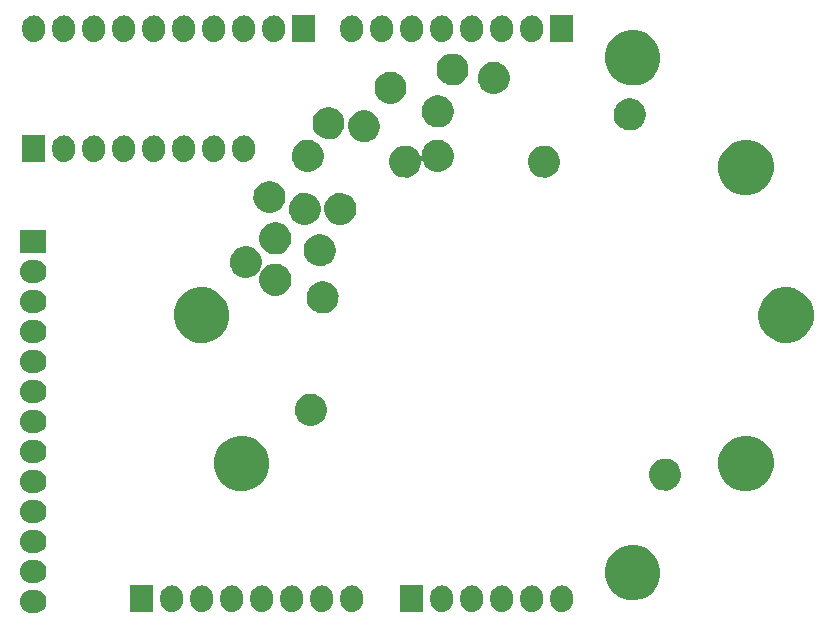
<source format=gbs>
G04 #@! TF.FileFunction,Soldermask,Bot*
%FSLAX46Y46*%
G04 Gerber Fmt 4.6, Leading zero omitted, Abs format (unit mm)*
G04 Created by KiCad (PCBNEW (2016-05-05 BZR 6775)-product) date 2016 August 31, Wednesday 02:40:09*
%MOMM*%
%LPD*%
G01*
G04 APERTURE LIST*
%ADD10C,0.020000*%
G04 APERTURE END LIST*
D10*
G36*
X90035058Y-149186451D02*
X90041254Y-149186494D01*
X90228144Y-149207457D01*
X90407402Y-149264321D01*
X90572202Y-149354921D01*
X90716266Y-149475804D01*
X90834106Y-149622368D01*
X90921234Y-149789029D01*
X90974332Y-149969439D01*
X90974336Y-149969478D01*
X90974338Y-149969486D01*
X90991379Y-150156725D01*
X90971726Y-150343710D01*
X90971723Y-150343719D01*
X90971719Y-150343759D01*
X90916107Y-150523410D01*
X90826661Y-150688838D01*
X90706786Y-150833742D01*
X90561048Y-150952603D01*
X90394999Y-151040893D01*
X90214964Y-151095248D01*
X90027800Y-151113600D01*
X89712165Y-151113600D01*
X89704942Y-151113549D01*
X89698746Y-151113506D01*
X89511856Y-151092543D01*
X89332598Y-151035679D01*
X89167798Y-150945079D01*
X89023734Y-150824196D01*
X88905894Y-150677632D01*
X88818766Y-150510971D01*
X88765668Y-150330561D01*
X88765664Y-150330522D01*
X88765662Y-150330514D01*
X88748621Y-150143275D01*
X88768274Y-149956290D01*
X88768277Y-149956281D01*
X88768281Y-149956241D01*
X88823893Y-149776590D01*
X88913339Y-149611162D01*
X89033214Y-149466258D01*
X89178952Y-149347397D01*
X89345001Y-149259107D01*
X89525036Y-149204752D01*
X89712200Y-149186400D01*
X90027835Y-149186400D01*
X90035058Y-149186451D01*
X90035058Y-149186451D01*
G37*
G36*
X111953710Y-148797274D02*
X111953719Y-148797277D01*
X111953759Y-148797281D01*
X112133410Y-148852893D01*
X112298838Y-148942339D01*
X112443742Y-149062214D01*
X112562603Y-149207952D01*
X112650893Y-149374001D01*
X112705248Y-149554036D01*
X112723600Y-149741200D01*
X112723600Y-150056800D01*
X112723506Y-150070254D01*
X112702543Y-150257144D01*
X112645679Y-150436402D01*
X112555079Y-150601202D01*
X112434196Y-150745266D01*
X112287632Y-150863106D01*
X112120971Y-150950234D01*
X111940561Y-151003332D01*
X111940522Y-151003336D01*
X111940514Y-151003338D01*
X111753275Y-151020379D01*
X111566290Y-151000726D01*
X111566281Y-151000723D01*
X111566241Y-151000719D01*
X111386590Y-150945107D01*
X111221162Y-150855661D01*
X111076258Y-150735786D01*
X110957397Y-150590048D01*
X110869107Y-150423999D01*
X110814752Y-150243964D01*
X110796400Y-150056800D01*
X110796400Y-149741200D01*
X110796494Y-149727746D01*
X110817457Y-149540856D01*
X110874321Y-149361598D01*
X110964921Y-149196798D01*
X111085804Y-149052734D01*
X111232368Y-148934894D01*
X111399029Y-148847766D01*
X111579439Y-148794668D01*
X111579478Y-148794664D01*
X111579486Y-148794662D01*
X111766725Y-148777621D01*
X111953710Y-148797274D01*
X111953710Y-148797274D01*
G37*
G36*
X109413710Y-148797274D02*
X109413719Y-148797277D01*
X109413759Y-148797281D01*
X109593410Y-148852893D01*
X109758838Y-148942339D01*
X109903742Y-149062214D01*
X110022603Y-149207952D01*
X110110893Y-149374001D01*
X110165248Y-149554036D01*
X110183600Y-149741200D01*
X110183600Y-150056800D01*
X110183506Y-150070254D01*
X110162543Y-150257144D01*
X110105679Y-150436402D01*
X110015079Y-150601202D01*
X109894196Y-150745266D01*
X109747632Y-150863106D01*
X109580971Y-150950234D01*
X109400561Y-151003332D01*
X109400522Y-151003336D01*
X109400514Y-151003338D01*
X109213275Y-151020379D01*
X109026290Y-151000726D01*
X109026281Y-151000723D01*
X109026241Y-151000719D01*
X108846590Y-150945107D01*
X108681162Y-150855661D01*
X108536258Y-150735786D01*
X108417397Y-150590048D01*
X108329107Y-150423999D01*
X108274752Y-150243964D01*
X108256400Y-150056800D01*
X108256400Y-149741200D01*
X108256494Y-149727746D01*
X108277457Y-149540856D01*
X108334321Y-149361598D01*
X108424921Y-149196798D01*
X108545804Y-149052734D01*
X108692368Y-148934894D01*
X108859029Y-148847766D01*
X109039439Y-148794668D01*
X109039478Y-148794664D01*
X109039486Y-148794662D01*
X109226725Y-148777621D01*
X109413710Y-148797274D01*
X109413710Y-148797274D01*
G37*
G36*
X114493710Y-148797274D02*
X114493719Y-148797277D01*
X114493759Y-148797281D01*
X114673410Y-148852893D01*
X114838838Y-148942339D01*
X114983742Y-149062214D01*
X115102603Y-149207952D01*
X115190893Y-149374001D01*
X115245248Y-149554036D01*
X115263600Y-149741200D01*
X115263600Y-150056800D01*
X115263506Y-150070254D01*
X115242543Y-150257144D01*
X115185679Y-150436402D01*
X115095079Y-150601202D01*
X114974196Y-150745266D01*
X114827632Y-150863106D01*
X114660971Y-150950234D01*
X114480561Y-151003332D01*
X114480522Y-151003336D01*
X114480514Y-151003338D01*
X114293275Y-151020379D01*
X114106290Y-151000726D01*
X114106281Y-151000723D01*
X114106241Y-151000719D01*
X113926590Y-150945107D01*
X113761162Y-150855661D01*
X113616258Y-150735786D01*
X113497397Y-150590048D01*
X113409107Y-150423999D01*
X113354752Y-150243964D01*
X113336400Y-150056800D01*
X113336400Y-149741200D01*
X113336494Y-149727746D01*
X113357457Y-149540856D01*
X113414321Y-149361598D01*
X113504921Y-149196798D01*
X113625804Y-149052734D01*
X113772368Y-148934894D01*
X113939029Y-148847766D01*
X114119439Y-148794668D01*
X114119478Y-148794664D01*
X114119486Y-148794662D01*
X114306725Y-148777621D01*
X114493710Y-148797274D01*
X114493710Y-148797274D01*
G37*
G36*
X117033710Y-148797274D02*
X117033719Y-148797277D01*
X117033759Y-148797281D01*
X117213410Y-148852893D01*
X117378838Y-148942339D01*
X117523742Y-149062214D01*
X117642603Y-149207952D01*
X117730893Y-149374001D01*
X117785248Y-149554036D01*
X117803600Y-149741200D01*
X117803600Y-150056800D01*
X117803506Y-150070254D01*
X117782543Y-150257144D01*
X117725679Y-150436402D01*
X117635079Y-150601202D01*
X117514196Y-150745266D01*
X117367632Y-150863106D01*
X117200971Y-150950234D01*
X117020561Y-151003332D01*
X117020522Y-151003336D01*
X117020514Y-151003338D01*
X116833275Y-151020379D01*
X116646290Y-151000726D01*
X116646281Y-151000723D01*
X116646241Y-151000719D01*
X116466590Y-150945107D01*
X116301162Y-150855661D01*
X116156258Y-150735786D01*
X116037397Y-150590048D01*
X115949107Y-150423999D01*
X115894752Y-150243964D01*
X115876400Y-150056800D01*
X115876400Y-149741200D01*
X115876494Y-149727746D01*
X115897457Y-149540856D01*
X115954321Y-149361598D01*
X116044921Y-149196798D01*
X116165804Y-149052734D01*
X116312368Y-148934894D01*
X116479029Y-148847766D01*
X116659439Y-148794668D01*
X116659478Y-148794664D01*
X116659486Y-148794662D01*
X116846725Y-148777621D01*
X117033710Y-148797274D01*
X117033710Y-148797274D01*
G37*
G36*
X106873710Y-148797274D02*
X106873719Y-148797277D01*
X106873759Y-148797281D01*
X107053410Y-148852893D01*
X107218838Y-148942339D01*
X107363742Y-149062214D01*
X107482603Y-149207952D01*
X107570893Y-149374001D01*
X107625248Y-149554036D01*
X107643600Y-149741200D01*
X107643600Y-150056800D01*
X107643506Y-150070254D01*
X107622543Y-150257144D01*
X107565679Y-150436402D01*
X107475079Y-150601202D01*
X107354196Y-150745266D01*
X107207632Y-150863106D01*
X107040971Y-150950234D01*
X106860561Y-151003332D01*
X106860522Y-151003336D01*
X106860514Y-151003338D01*
X106673275Y-151020379D01*
X106486290Y-151000726D01*
X106486281Y-151000723D01*
X106486241Y-151000719D01*
X106306590Y-150945107D01*
X106141162Y-150855661D01*
X105996258Y-150735786D01*
X105877397Y-150590048D01*
X105789107Y-150423999D01*
X105734752Y-150243964D01*
X105716400Y-150056800D01*
X105716400Y-149741200D01*
X105716494Y-149727746D01*
X105737457Y-149540856D01*
X105794321Y-149361598D01*
X105884921Y-149196798D01*
X106005804Y-149052734D01*
X106152368Y-148934894D01*
X106319029Y-148847766D01*
X106499439Y-148794668D01*
X106499478Y-148794664D01*
X106499486Y-148794662D01*
X106686725Y-148777621D01*
X106873710Y-148797274D01*
X106873710Y-148797274D01*
G37*
G36*
X104333710Y-148797274D02*
X104333719Y-148797277D01*
X104333759Y-148797281D01*
X104513410Y-148852893D01*
X104678838Y-148942339D01*
X104823742Y-149062214D01*
X104942603Y-149207952D01*
X105030893Y-149374001D01*
X105085248Y-149554036D01*
X105103600Y-149741200D01*
X105103600Y-150056800D01*
X105103506Y-150070254D01*
X105082543Y-150257144D01*
X105025679Y-150436402D01*
X104935079Y-150601202D01*
X104814196Y-150745266D01*
X104667632Y-150863106D01*
X104500971Y-150950234D01*
X104320561Y-151003332D01*
X104320522Y-151003336D01*
X104320514Y-151003338D01*
X104133275Y-151020379D01*
X103946290Y-151000726D01*
X103946281Y-151000723D01*
X103946241Y-151000719D01*
X103766590Y-150945107D01*
X103601162Y-150855661D01*
X103456258Y-150735786D01*
X103337397Y-150590048D01*
X103249107Y-150423999D01*
X103194752Y-150243964D01*
X103176400Y-150056800D01*
X103176400Y-149741200D01*
X103176494Y-149727746D01*
X103197457Y-149540856D01*
X103254321Y-149361598D01*
X103344921Y-149196798D01*
X103465804Y-149052734D01*
X103612368Y-148934894D01*
X103779029Y-148847766D01*
X103959439Y-148794668D01*
X103959478Y-148794664D01*
X103959486Y-148794662D01*
X104146725Y-148777621D01*
X104333710Y-148797274D01*
X104333710Y-148797274D01*
G37*
G36*
X101793710Y-148797274D02*
X101793719Y-148797277D01*
X101793759Y-148797281D01*
X101973410Y-148852893D01*
X102138838Y-148942339D01*
X102283742Y-149062214D01*
X102402603Y-149207952D01*
X102490893Y-149374001D01*
X102545248Y-149554036D01*
X102563600Y-149741200D01*
X102563600Y-150056800D01*
X102563506Y-150070254D01*
X102542543Y-150257144D01*
X102485679Y-150436402D01*
X102395079Y-150601202D01*
X102274196Y-150745266D01*
X102127632Y-150863106D01*
X101960971Y-150950234D01*
X101780561Y-151003332D01*
X101780522Y-151003336D01*
X101780514Y-151003338D01*
X101593275Y-151020379D01*
X101406290Y-151000726D01*
X101406281Y-151000723D01*
X101406241Y-151000719D01*
X101226590Y-150945107D01*
X101061162Y-150855661D01*
X100916258Y-150735786D01*
X100797397Y-150590048D01*
X100709107Y-150423999D01*
X100654752Y-150243964D01*
X100636400Y-150056800D01*
X100636400Y-149741200D01*
X100636494Y-149727746D01*
X100657457Y-149540856D01*
X100714321Y-149361598D01*
X100804921Y-149196798D01*
X100925804Y-149052734D01*
X101072368Y-148934894D01*
X101239029Y-148847766D01*
X101419439Y-148794668D01*
X101419478Y-148794664D01*
X101419486Y-148794662D01*
X101606725Y-148777621D01*
X101793710Y-148797274D01*
X101793710Y-148797274D01*
G37*
G36*
X124653710Y-148797274D02*
X124653719Y-148797277D01*
X124653759Y-148797281D01*
X124833410Y-148852893D01*
X124998838Y-148942339D01*
X125143742Y-149062214D01*
X125262603Y-149207952D01*
X125350893Y-149374001D01*
X125405248Y-149554036D01*
X125423600Y-149741200D01*
X125423600Y-150056800D01*
X125423506Y-150070254D01*
X125402543Y-150257144D01*
X125345679Y-150436402D01*
X125255079Y-150601202D01*
X125134196Y-150745266D01*
X124987632Y-150863106D01*
X124820971Y-150950234D01*
X124640561Y-151003332D01*
X124640522Y-151003336D01*
X124640514Y-151003338D01*
X124453275Y-151020379D01*
X124266290Y-151000726D01*
X124266281Y-151000723D01*
X124266241Y-151000719D01*
X124086590Y-150945107D01*
X123921162Y-150855661D01*
X123776258Y-150735786D01*
X123657397Y-150590048D01*
X123569107Y-150423999D01*
X123514752Y-150243964D01*
X123496400Y-150056800D01*
X123496400Y-149741200D01*
X123496494Y-149727746D01*
X123517457Y-149540856D01*
X123574321Y-149361598D01*
X123664921Y-149196798D01*
X123785804Y-149052734D01*
X123932368Y-148934894D01*
X124099029Y-148847766D01*
X124279439Y-148794668D01*
X124279478Y-148794664D01*
X124279486Y-148794662D01*
X124466725Y-148777621D01*
X124653710Y-148797274D01*
X124653710Y-148797274D01*
G37*
G36*
X127193710Y-148797274D02*
X127193719Y-148797277D01*
X127193759Y-148797281D01*
X127373410Y-148852893D01*
X127538838Y-148942339D01*
X127683742Y-149062214D01*
X127802603Y-149207952D01*
X127890893Y-149374001D01*
X127945248Y-149554036D01*
X127963600Y-149741200D01*
X127963600Y-150056800D01*
X127963506Y-150070254D01*
X127942543Y-150257144D01*
X127885679Y-150436402D01*
X127795079Y-150601202D01*
X127674196Y-150745266D01*
X127527632Y-150863106D01*
X127360971Y-150950234D01*
X127180561Y-151003332D01*
X127180522Y-151003336D01*
X127180514Y-151003338D01*
X126993275Y-151020379D01*
X126806290Y-151000726D01*
X126806281Y-151000723D01*
X126806241Y-151000719D01*
X126626590Y-150945107D01*
X126461162Y-150855661D01*
X126316258Y-150735786D01*
X126197397Y-150590048D01*
X126109107Y-150423999D01*
X126054752Y-150243964D01*
X126036400Y-150056800D01*
X126036400Y-149741200D01*
X126036494Y-149727746D01*
X126057457Y-149540856D01*
X126114321Y-149361598D01*
X126204921Y-149196798D01*
X126325804Y-149052734D01*
X126472368Y-148934894D01*
X126639029Y-148847766D01*
X126819439Y-148794668D01*
X126819478Y-148794664D01*
X126819486Y-148794662D01*
X127006725Y-148777621D01*
X127193710Y-148797274D01*
X127193710Y-148797274D01*
G37*
G36*
X129733710Y-148797274D02*
X129733719Y-148797277D01*
X129733759Y-148797281D01*
X129913410Y-148852893D01*
X130078838Y-148942339D01*
X130223742Y-149062214D01*
X130342603Y-149207952D01*
X130430893Y-149374001D01*
X130485248Y-149554036D01*
X130503600Y-149741200D01*
X130503600Y-150056800D01*
X130503506Y-150070254D01*
X130482543Y-150257144D01*
X130425679Y-150436402D01*
X130335079Y-150601202D01*
X130214196Y-150745266D01*
X130067632Y-150863106D01*
X129900971Y-150950234D01*
X129720561Y-151003332D01*
X129720522Y-151003336D01*
X129720514Y-151003338D01*
X129533275Y-151020379D01*
X129346290Y-151000726D01*
X129346281Y-151000723D01*
X129346241Y-151000719D01*
X129166590Y-150945107D01*
X129001162Y-150855661D01*
X128856258Y-150735786D01*
X128737397Y-150590048D01*
X128649107Y-150423999D01*
X128594752Y-150243964D01*
X128576400Y-150056800D01*
X128576400Y-149741200D01*
X128576494Y-149727746D01*
X128597457Y-149540856D01*
X128654321Y-149361598D01*
X128744921Y-149196798D01*
X128865804Y-149052734D01*
X129012368Y-148934894D01*
X129179029Y-148847766D01*
X129359439Y-148794668D01*
X129359478Y-148794664D01*
X129359486Y-148794662D01*
X129546725Y-148777621D01*
X129733710Y-148797274D01*
X129733710Y-148797274D01*
G37*
G36*
X132273710Y-148797274D02*
X132273719Y-148797277D01*
X132273759Y-148797281D01*
X132453410Y-148852893D01*
X132618838Y-148942339D01*
X132763742Y-149062214D01*
X132882603Y-149207952D01*
X132970893Y-149374001D01*
X133025248Y-149554036D01*
X133043600Y-149741200D01*
X133043600Y-150056800D01*
X133043506Y-150070254D01*
X133022543Y-150257144D01*
X132965679Y-150436402D01*
X132875079Y-150601202D01*
X132754196Y-150745266D01*
X132607632Y-150863106D01*
X132440971Y-150950234D01*
X132260561Y-151003332D01*
X132260522Y-151003336D01*
X132260514Y-151003338D01*
X132073275Y-151020379D01*
X131886290Y-151000726D01*
X131886281Y-151000723D01*
X131886241Y-151000719D01*
X131706590Y-150945107D01*
X131541162Y-150855661D01*
X131396258Y-150735786D01*
X131277397Y-150590048D01*
X131189107Y-150423999D01*
X131134752Y-150243964D01*
X131116400Y-150056800D01*
X131116400Y-149741200D01*
X131116494Y-149727746D01*
X131137457Y-149540856D01*
X131194321Y-149361598D01*
X131284921Y-149196798D01*
X131405804Y-149052734D01*
X131552368Y-148934894D01*
X131719029Y-148847766D01*
X131899439Y-148794668D01*
X131899478Y-148794664D01*
X131899486Y-148794662D01*
X132086725Y-148777621D01*
X132273710Y-148797274D01*
X132273710Y-148797274D01*
G37*
G36*
X134813710Y-148797274D02*
X134813719Y-148797277D01*
X134813759Y-148797281D01*
X134993410Y-148852893D01*
X135158838Y-148942339D01*
X135303742Y-149062214D01*
X135422603Y-149207952D01*
X135510893Y-149374001D01*
X135565248Y-149554036D01*
X135583600Y-149741200D01*
X135583600Y-150056800D01*
X135583506Y-150070254D01*
X135562543Y-150257144D01*
X135505679Y-150436402D01*
X135415079Y-150601202D01*
X135294196Y-150745266D01*
X135147632Y-150863106D01*
X134980971Y-150950234D01*
X134800561Y-151003332D01*
X134800522Y-151003336D01*
X134800514Y-151003338D01*
X134613275Y-151020379D01*
X134426290Y-151000726D01*
X134426281Y-151000723D01*
X134426241Y-151000719D01*
X134246590Y-150945107D01*
X134081162Y-150855661D01*
X133936258Y-150735786D01*
X133817397Y-150590048D01*
X133729107Y-150423999D01*
X133674752Y-150243964D01*
X133656400Y-150056800D01*
X133656400Y-149741200D01*
X133656494Y-149727746D01*
X133677457Y-149540856D01*
X133734321Y-149361598D01*
X133824921Y-149196798D01*
X133945804Y-149052734D01*
X134092368Y-148934894D01*
X134259029Y-148847766D01*
X134439439Y-148794668D01*
X134439478Y-148794664D01*
X134439486Y-148794662D01*
X134626725Y-148777621D01*
X134813710Y-148797274D01*
X134813710Y-148797274D01*
G37*
G36*
X100023600Y-151015000D02*
X98096400Y-151015000D01*
X98096400Y-148783000D01*
X100023600Y-148783000D01*
X100023600Y-151015000D01*
X100023600Y-151015000D01*
G37*
G36*
X122883600Y-151015000D02*
X120956400Y-151015000D01*
X120956400Y-148783000D01*
X122883600Y-148783000D01*
X122883600Y-151015000D01*
X122883600Y-151015000D01*
G37*
G36*
X140866830Y-145351563D02*
X141318278Y-145444232D01*
X141743125Y-145622821D01*
X142125195Y-145880530D01*
X142449934Y-146207545D01*
X142704971Y-146591405D01*
X142880587Y-147017484D01*
X142970035Y-147469227D01*
X142970035Y-147469237D01*
X142970101Y-147469571D01*
X142962751Y-147995958D01*
X142962675Y-147996292D01*
X142962675Y-147996304D01*
X142860652Y-148445363D01*
X142673202Y-148866381D01*
X142407549Y-149242969D01*
X142073803Y-149560790D01*
X141684691Y-149807728D01*
X141255020Y-149974387D01*
X140801165Y-150054413D01*
X140340406Y-150044763D01*
X139890292Y-149945798D01*
X139467981Y-149761295D01*
X139089548Y-149498277D01*
X138769406Y-149166760D01*
X138519757Y-148779381D01*
X138350103Y-148350885D01*
X138266908Y-147897592D01*
X138273343Y-147436779D01*
X138369160Y-146985994D01*
X138550713Y-146562400D01*
X138811083Y-146182139D01*
X139140356Y-145859690D01*
X139525985Y-145607342D01*
X139953287Y-145434701D01*
X140405979Y-145348345D01*
X140866830Y-145351563D01*
X140866830Y-145351563D01*
G37*
G36*
X90035058Y-146646451D02*
X90041254Y-146646494D01*
X90228144Y-146667457D01*
X90407402Y-146724321D01*
X90572202Y-146814921D01*
X90716266Y-146935804D01*
X90834106Y-147082368D01*
X90921234Y-147249029D01*
X90974332Y-147429439D01*
X90974336Y-147429478D01*
X90974338Y-147429486D01*
X90991379Y-147616725D01*
X90971726Y-147803710D01*
X90971723Y-147803719D01*
X90971719Y-147803759D01*
X90916107Y-147983410D01*
X90826661Y-148148838D01*
X90706786Y-148293742D01*
X90561048Y-148412603D01*
X90394999Y-148500893D01*
X90214964Y-148555248D01*
X90027800Y-148573600D01*
X89712165Y-148573600D01*
X89704942Y-148573549D01*
X89698746Y-148573506D01*
X89511856Y-148552543D01*
X89332598Y-148495679D01*
X89167798Y-148405079D01*
X89023734Y-148284196D01*
X88905894Y-148137632D01*
X88818766Y-147970971D01*
X88765668Y-147790561D01*
X88765664Y-147790522D01*
X88765662Y-147790514D01*
X88748621Y-147603275D01*
X88768274Y-147416290D01*
X88768277Y-147416281D01*
X88768281Y-147416241D01*
X88823893Y-147236590D01*
X88913339Y-147071162D01*
X89033214Y-146926258D01*
X89178952Y-146807397D01*
X89345001Y-146719107D01*
X89525036Y-146664752D01*
X89712200Y-146646400D01*
X90027835Y-146646400D01*
X90035058Y-146646451D01*
X90035058Y-146646451D01*
G37*
G36*
X90035058Y-144106451D02*
X90041254Y-144106494D01*
X90228144Y-144127457D01*
X90407402Y-144184321D01*
X90572202Y-144274921D01*
X90716266Y-144395804D01*
X90834106Y-144542368D01*
X90921234Y-144709029D01*
X90974332Y-144889439D01*
X90974336Y-144889478D01*
X90974338Y-144889486D01*
X90991379Y-145076725D01*
X90971726Y-145263710D01*
X90971723Y-145263719D01*
X90971719Y-145263759D01*
X90916107Y-145443410D01*
X90826661Y-145608838D01*
X90706786Y-145753742D01*
X90561048Y-145872603D01*
X90394999Y-145960893D01*
X90214964Y-146015248D01*
X90027800Y-146033600D01*
X89712165Y-146033600D01*
X89704942Y-146033549D01*
X89698746Y-146033506D01*
X89511856Y-146012543D01*
X89332598Y-145955679D01*
X89167798Y-145865079D01*
X89023734Y-145744196D01*
X88905894Y-145597632D01*
X88818766Y-145430971D01*
X88765668Y-145250561D01*
X88765664Y-145250522D01*
X88765662Y-145250514D01*
X88748621Y-145063275D01*
X88768274Y-144876290D01*
X88768277Y-144876281D01*
X88768281Y-144876241D01*
X88823893Y-144696590D01*
X88913339Y-144531162D01*
X89033214Y-144386258D01*
X89178952Y-144267397D01*
X89345001Y-144179107D01*
X89525036Y-144124752D01*
X89712200Y-144106400D01*
X90027835Y-144106400D01*
X90035058Y-144106451D01*
X90035058Y-144106451D01*
G37*
G36*
X90035058Y-141566451D02*
X90041254Y-141566494D01*
X90228144Y-141587457D01*
X90407402Y-141644321D01*
X90572202Y-141734921D01*
X90716266Y-141855804D01*
X90834106Y-142002368D01*
X90921234Y-142169029D01*
X90974332Y-142349439D01*
X90974336Y-142349478D01*
X90974338Y-142349486D01*
X90991379Y-142536725D01*
X90971726Y-142723710D01*
X90971723Y-142723719D01*
X90971719Y-142723759D01*
X90916107Y-142903410D01*
X90826661Y-143068838D01*
X90706786Y-143213742D01*
X90561048Y-143332603D01*
X90394999Y-143420893D01*
X90214964Y-143475248D01*
X90027800Y-143493600D01*
X89712165Y-143493600D01*
X89704942Y-143493549D01*
X89698746Y-143493506D01*
X89511856Y-143472543D01*
X89332598Y-143415679D01*
X89167798Y-143325079D01*
X89023734Y-143204196D01*
X88905894Y-143057632D01*
X88818766Y-142890971D01*
X88765668Y-142710561D01*
X88765664Y-142710522D01*
X88765662Y-142710514D01*
X88748621Y-142523275D01*
X88768274Y-142336290D01*
X88768277Y-142336281D01*
X88768281Y-142336241D01*
X88823893Y-142156590D01*
X88913339Y-141991162D01*
X89033214Y-141846258D01*
X89178952Y-141727397D01*
X89345001Y-141639107D01*
X89525036Y-141584752D01*
X89712200Y-141566400D01*
X90027835Y-141566400D01*
X90035058Y-141566451D01*
X90035058Y-141566451D01*
G37*
G36*
X90035058Y-139026451D02*
X90041254Y-139026494D01*
X90228144Y-139047457D01*
X90407402Y-139104321D01*
X90572202Y-139194921D01*
X90716266Y-139315804D01*
X90834106Y-139462368D01*
X90921234Y-139629029D01*
X90974332Y-139809439D01*
X90974336Y-139809478D01*
X90974338Y-139809486D01*
X90991379Y-139996725D01*
X90971726Y-140183710D01*
X90971723Y-140183719D01*
X90971719Y-140183759D01*
X90916107Y-140363410D01*
X90826661Y-140528838D01*
X90706786Y-140673742D01*
X90561048Y-140792603D01*
X90394999Y-140880893D01*
X90214964Y-140935248D01*
X90027800Y-140953600D01*
X89712165Y-140953600D01*
X89704942Y-140953549D01*
X89698746Y-140953506D01*
X89511856Y-140932543D01*
X89332598Y-140875679D01*
X89167798Y-140785079D01*
X89023734Y-140664196D01*
X88905894Y-140517632D01*
X88818766Y-140350971D01*
X88765668Y-140170561D01*
X88765664Y-140170522D01*
X88765662Y-140170514D01*
X88748621Y-139983275D01*
X88768274Y-139796290D01*
X88768277Y-139796281D01*
X88768281Y-139796241D01*
X88823893Y-139616590D01*
X88913339Y-139451162D01*
X89033214Y-139306258D01*
X89178952Y-139187397D01*
X89345001Y-139099107D01*
X89525036Y-139044752D01*
X89712200Y-139026400D01*
X90027835Y-139026400D01*
X90035058Y-139026451D01*
X90035058Y-139026451D01*
G37*
G36*
X107766830Y-136101563D02*
X108218278Y-136194232D01*
X108643125Y-136372821D01*
X109025195Y-136630530D01*
X109349934Y-136957545D01*
X109604971Y-137341405D01*
X109780587Y-137767484D01*
X109870035Y-138219227D01*
X109870035Y-138219237D01*
X109870101Y-138219571D01*
X109862751Y-138745958D01*
X109862675Y-138746292D01*
X109862675Y-138746304D01*
X109760652Y-139195363D01*
X109573202Y-139616381D01*
X109307549Y-139992969D01*
X108973803Y-140310790D01*
X108584691Y-140557728D01*
X108155020Y-140724387D01*
X107701165Y-140804413D01*
X107240406Y-140794763D01*
X106790292Y-140695798D01*
X106367981Y-140511295D01*
X105989548Y-140248277D01*
X105669406Y-139916760D01*
X105419757Y-139529381D01*
X105250103Y-139100885D01*
X105166908Y-138647592D01*
X105173343Y-138186779D01*
X105269160Y-137735994D01*
X105450713Y-137312400D01*
X105711083Y-136932139D01*
X106040356Y-136609690D01*
X106425985Y-136357342D01*
X106853287Y-136184701D01*
X107305979Y-136098345D01*
X107766830Y-136101563D01*
X107766830Y-136101563D01*
G37*
G36*
X150466830Y-136101563D02*
X150918278Y-136194232D01*
X151343125Y-136372821D01*
X151725195Y-136630530D01*
X152049934Y-136957545D01*
X152304971Y-137341405D01*
X152480587Y-137767484D01*
X152570035Y-138219227D01*
X152570035Y-138219237D01*
X152570101Y-138219571D01*
X152562751Y-138745958D01*
X152562675Y-138746292D01*
X152562675Y-138746304D01*
X152460652Y-139195363D01*
X152273202Y-139616381D01*
X152007549Y-139992969D01*
X151673803Y-140310790D01*
X151284691Y-140557728D01*
X150855020Y-140724387D01*
X150401165Y-140804413D01*
X149940406Y-140794763D01*
X149490292Y-140695798D01*
X149067981Y-140511295D01*
X148689548Y-140248277D01*
X148369406Y-139916760D01*
X148119757Y-139529381D01*
X147950103Y-139100885D01*
X147866908Y-138647592D01*
X147873343Y-138186779D01*
X147969160Y-137735994D01*
X148150713Y-137312400D01*
X148411083Y-136932139D01*
X148740356Y-136609690D01*
X149125985Y-136357342D01*
X149553287Y-136184701D01*
X150005979Y-136098345D01*
X150466830Y-136101563D01*
X150466830Y-136101563D01*
G37*
G36*
X143511796Y-138050897D02*
X143771139Y-138104133D01*
X144015199Y-138206726D01*
X144234686Y-138354772D01*
X144421240Y-138542633D01*
X144567751Y-138763149D01*
X144668635Y-139007915D01*
X144719992Y-139267282D01*
X144719992Y-139267292D01*
X144720058Y-139267626D01*
X144715835Y-139570019D01*
X144715759Y-139570353D01*
X144715759Y-139570365D01*
X144657184Y-139828187D01*
X144549500Y-140070049D01*
X144396891Y-140286386D01*
X144205163Y-140468966D01*
X143981632Y-140610823D01*
X143734798Y-140706564D01*
X143474074Y-140752536D01*
X143209383Y-140746992D01*
X142950806Y-140690140D01*
X142708201Y-140584148D01*
X142490804Y-140433053D01*
X142306891Y-140242607D01*
X142163477Y-140020071D01*
X142066016Y-139773913D01*
X142018223Y-139513509D01*
X142021920Y-139248787D01*
X142076963Y-138989827D01*
X142181261Y-138746484D01*
X142330835Y-138528037D01*
X142519992Y-138342800D01*
X142741523Y-138197834D01*
X142986994Y-138098657D01*
X143247050Y-138049049D01*
X143511796Y-138050897D01*
X143511796Y-138050897D01*
G37*
G36*
X90035058Y-136486451D02*
X90041254Y-136486494D01*
X90228144Y-136507457D01*
X90407402Y-136564321D01*
X90572202Y-136654921D01*
X90716266Y-136775804D01*
X90834106Y-136922368D01*
X90921234Y-137089029D01*
X90974332Y-137269439D01*
X90974336Y-137269478D01*
X90974338Y-137269486D01*
X90991379Y-137456725D01*
X90971726Y-137643710D01*
X90971723Y-137643719D01*
X90971719Y-137643759D01*
X90916107Y-137823410D01*
X90826661Y-137988838D01*
X90706786Y-138133742D01*
X90561048Y-138252603D01*
X90394999Y-138340893D01*
X90214964Y-138395248D01*
X90027800Y-138413600D01*
X89712165Y-138413600D01*
X89704942Y-138413549D01*
X89698746Y-138413506D01*
X89511856Y-138392543D01*
X89332598Y-138335679D01*
X89167798Y-138245079D01*
X89023734Y-138124196D01*
X88905894Y-137977632D01*
X88818766Y-137810971D01*
X88765668Y-137630561D01*
X88765664Y-137630522D01*
X88765662Y-137630514D01*
X88748621Y-137443275D01*
X88768274Y-137256290D01*
X88768277Y-137256281D01*
X88768281Y-137256241D01*
X88823893Y-137076590D01*
X88913339Y-136911162D01*
X89033214Y-136766258D01*
X89178952Y-136647397D01*
X89345001Y-136559107D01*
X89525036Y-136504752D01*
X89712200Y-136486400D01*
X90027835Y-136486400D01*
X90035058Y-136486451D01*
X90035058Y-136486451D01*
G37*
G36*
X90035058Y-133946451D02*
X90041254Y-133946494D01*
X90228144Y-133967457D01*
X90407402Y-134024321D01*
X90572202Y-134114921D01*
X90716266Y-134235804D01*
X90834106Y-134382368D01*
X90921234Y-134549029D01*
X90974332Y-134729439D01*
X90974336Y-134729478D01*
X90974338Y-134729486D01*
X90991379Y-134916725D01*
X90971726Y-135103710D01*
X90971723Y-135103719D01*
X90971719Y-135103759D01*
X90916107Y-135283410D01*
X90826661Y-135448838D01*
X90706786Y-135593742D01*
X90561048Y-135712603D01*
X90394999Y-135800893D01*
X90214964Y-135855248D01*
X90027800Y-135873600D01*
X89712165Y-135873600D01*
X89704942Y-135873549D01*
X89698746Y-135873506D01*
X89511856Y-135852543D01*
X89332598Y-135795679D01*
X89167798Y-135705079D01*
X89023734Y-135584196D01*
X88905894Y-135437632D01*
X88818766Y-135270971D01*
X88765668Y-135090561D01*
X88765664Y-135090522D01*
X88765662Y-135090514D01*
X88748621Y-134903275D01*
X88768274Y-134716290D01*
X88768277Y-134716281D01*
X88768281Y-134716241D01*
X88823893Y-134536590D01*
X88913339Y-134371162D01*
X89033214Y-134226258D01*
X89178952Y-134107397D01*
X89345001Y-134019107D01*
X89525036Y-133964752D01*
X89712200Y-133946400D01*
X90027835Y-133946400D01*
X90035058Y-133946451D01*
X90035058Y-133946451D01*
G37*
G36*
X113511796Y-132550897D02*
X113771139Y-132604133D01*
X114015199Y-132706726D01*
X114234686Y-132854772D01*
X114421240Y-133042633D01*
X114567751Y-133263149D01*
X114668635Y-133507915D01*
X114719992Y-133767282D01*
X114719992Y-133767292D01*
X114720058Y-133767626D01*
X114715835Y-134070019D01*
X114715759Y-134070353D01*
X114715759Y-134070365D01*
X114657184Y-134328187D01*
X114549500Y-134570049D01*
X114396891Y-134786386D01*
X114205163Y-134968966D01*
X113981632Y-135110823D01*
X113734798Y-135206564D01*
X113474074Y-135252536D01*
X113209383Y-135246992D01*
X112950806Y-135190140D01*
X112708201Y-135084148D01*
X112490804Y-134933053D01*
X112306891Y-134742607D01*
X112163477Y-134520071D01*
X112066016Y-134273913D01*
X112018223Y-134013509D01*
X112021920Y-133748787D01*
X112076963Y-133489827D01*
X112181261Y-133246484D01*
X112330835Y-133028037D01*
X112519992Y-132842800D01*
X112741523Y-132697834D01*
X112986994Y-132598657D01*
X113247050Y-132549049D01*
X113511796Y-132550897D01*
X113511796Y-132550897D01*
G37*
G36*
X90035058Y-131406451D02*
X90041254Y-131406494D01*
X90228144Y-131427457D01*
X90407402Y-131484321D01*
X90572202Y-131574921D01*
X90716266Y-131695804D01*
X90834106Y-131842368D01*
X90921234Y-132009029D01*
X90974332Y-132189439D01*
X90974336Y-132189478D01*
X90974338Y-132189486D01*
X90991379Y-132376725D01*
X90971726Y-132563710D01*
X90971723Y-132563719D01*
X90971719Y-132563759D01*
X90916107Y-132743410D01*
X90826661Y-132908838D01*
X90706786Y-133053742D01*
X90561048Y-133172603D01*
X90394999Y-133260893D01*
X90214964Y-133315248D01*
X90027800Y-133333600D01*
X89712165Y-133333600D01*
X89704942Y-133333549D01*
X89698746Y-133333506D01*
X89511856Y-133312543D01*
X89332598Y-133255679D01*
X89167798Y-133165079D01*
X89023734Y-133044196D01*
X88905894Y-132897632D01*
X88818766Y-132730971D01*
X88765668Y-132550561D01*
X88765664Y-132550522D01*
X88765662Y-132550514D01*
X88748621Y-132363275D01*
X88768274Y-132176290D01*
X88768277Y-132176281D01*
X88768281Y-132176241D01*
X88823893Y-131996590D01*
X88913339Y-131831162D01*
X89033214Y-131686258D01*
X89178952Y-131567397D01*
X89345001Y-131479107D01*
X89525036Y-131424752D01*
X89712200Y-131406400D01*
X90027835Y-131406400D01*
X90035058Y-131406451D01*
X90035058Y-131406451D01*
G37*
G36*
X90035058Y-128866451D02*
X90041254Y-128866494D01*
X90228144Y-128887457D01*
X90407402Y-128944321D01*
X90572202Y-129034921D01*
X90716266Y-129155804D01*
X90834106Y-129302368D01*
X90921234Y-129469029D01*
X90974332Y-129649439D01*
X90974336Y-129649478D01*
X90974338Y-129649486D01*
X90991379Y-129836725D01*
X90971726Y-130023710D01*
X90971723Y-130023719D01*
X90971719Y-130023759D01*
X90916107Y-130203410D01*
X90826661Y-130368838D01*
X90706786Y-130513742D01*
X90561048Y-130632603D01*
X90394999Y-130720893D01*
X90214964Y-130775248D01*
X90027800Y-130793600D01*
X89712165Y-130793600D01*
X89704942Y-130793549D01*
X89698746Y-130793506D01*
X89511856Y-130772543D01*
X89332598Y-130715679D01*
X89167798Y-130625079D01*
X89023734Y-130504196D01*
X88905894Y-130357632D01*
X88818766Y-130190971D01*
X88765668Y-130010561D01*
X88765664Y-130010522D01*
X88765662Y-130010514D01*
X88748621Y-129823275D01*
X88768274Y-129636290D01*
X88768277Y-129636281D01*
X88768281Y-129636241D01*
X88823893Y-129456590D01*
X88913339Y-129291162D01*
X89033214Y-129146258D01*
X89178952Y-129027397D01*
X89345001Y-128939107D01*
X89525036Y-128884752D01*
X89712200Y-128866400D01*
X90027835Y-128866400D01*
X90035058Y-128866451D01*
X90035058Y-128866451D01*
G37*
G36*
X104366830Y-123551563D02*
X104818278Y-123644232D01*
X105243125Y-123822821D01*
X105625195Y-124080530D01*
X105949934Y-124407545D01*
X106204971Y-124791405D01*
X106380587Y-125217484D01*
X106470035Y-125669227D01*
X106470035Y-125669237D01*
X106470101Y-125669571D01*
X106462751Y-126195958D01*
X106462675Y-126196292D01*
X106462675Y-126196304D01*
X106360652Y-126645363D01*
X106173202Y-127066381D01*
X105907549Y-127442969D01*
X105573803Y-127760790D01*
X105184691Y-128007728D01*
X104755020Y-128174387D01*
X104301165Y-128254413D01*
X103840406Y-128244763D01*
X103390292Y-128145798D01*
X102967981Y-127961295D01*
X102589548Y-127698277D01*
X102269406Y-127366760D01*
X102019757Y-126979381D01*
X101850103Y-126550885D01*
X101766908Y-126097592D01*
X101773343Y-125636779D01*
X101869160Y-125185994D01*
X102050713Y-124762400D01*
X102311083Y-124382139D01*
X102640356Y-124059690D01*
X103025985Y-123807342D01*
X103453287Y-123634701D01*
X103905979Y-123548345D01*
X104366830Y-123551563D01*
X104366830Y-123551563D01*
G37*
G36*
X153866830Y-123551563D02*
X154318278Y-123644232D01*
X154743125Y-123822821D01*
X155125195Y-124080530D01*
X155449934Y-124407545D01*
X155704971Y-124791405D01*
X155880587Y-125217484D01*
X155970035Y-125669227D01*
X155970035Y-125669237D01*
X155970101Y-125669571D01*
X155962751Y-126195958D01*
X155962675Y-126196292D01*
X155962675Y-126196304D01*
X155860652Y-126645363D01*
X155673202Y-127066381D01*
X155407549Y-127442969D01*
X155073803Y-127760790D01*
X154684691Y-128007728D01*
X154255020Y-128174387D01*
X153801165Y-128254413D01*
X153340406Y-128244763D01*
X152890292Y-128145798D01*
X152467981Y-127961295D01*
X152089548Y-127698277D01*
X151769406Y-127366760D01*
X151519757Y-126979381D01*
X151350103Y-126550885D01*
X151266908Y-126097592D01*
X151273343Y-125636779D01*
X151369160Y-125185994D01*
X151550713Y-124762400D01*
X151811083Y-124382139D01*
X152140356Y-124059690D01*
X152525985Y-123807342D01*
X152953287Y-123634701D01*
X153405979Y-123548345D01*
X153866830Y-123551563D01*
X153866830Y-123551563D01*
G37*
G36*
X90035058Y-126326451D02*
X90041254Y-126326494D01*
X90228144Y-126347457D01*
X90407402Y-126404321D01*
X90572202Y-126494921D01*
X90716266Y-126615804D01*
X90834106Y-126762368D01*
X90921234Y-126929029D01*
X90974332Y-127109439D01*
X90974336Y-127109478D01*
X90974338Y-127109486D01*
X90991379Y-127296725D01*
X90971726Y-127483710D01*
X90971723Y-127483719D01*
X90971719Y-127483759D01*
X90916107Y-127663410D01*
X90826661Y-127828838D01*
X90706786Y-127973742D01*
X90561048Y-128092603D01*
X90394999Y-128180893D01*
X90214964Y-128235248D01*
X90027800Y-128253600D01*
X89712165Y-128253600D01*
X89704942Y-128253549D01*
X89698746Y-128253506D01*
X89511856Y-128232543D01*
X89332598Y-128175679D01*
X89167798Y-128085079D01*
X89023734Y-127964196D01*
X88905894Y-127817632D01*
X88818766Y-127650971D01*
X88765668Y-127470561D01*
X88765664Y-127470522D01*
X88765662Y-127470514D01*
X88748621Y-127283275D01*
X88768274Y-127096290D01*
X88768277Y-127096281D01*
X88768281Y-127096241D01*
X88823893Y-126916590D01*
X88913339Y-126751162D01*
X89033214Y-126606258D01*
X89178952Y-126487397D01*
X89345001Y-126399107D01*
X89525036Y-126344752D01*
X89712200Y-126326400D01*
X90027835Y-126326400D01*
X90035058Y-126326451D01*
X90035058Y-126326451D01*
G37*
G36*
X114511796Y-123050897D02*
X114771139Y-123104133D01*
X115015199Y-123206726D01*
X115234686Y-123354772D01*
X115421240Y-123542633D01*
X115567751Y-123763149D01*
X115668635Y-124007915D01*
X115719992Y-124267282D01*
X115719992Y-124267292D01*
X115720058Y-124267626D01*
X115715835Y-124570019D01*
X115715759Y-124570353D01*
X115715759Y-124570365D01*
X115657184Y-124828187D01*
X115549500Y-125070049D01*
X115396891Y-125286386D01*
X115205163Y-125468966D01*
X114981632Y-125610823D01*
X114734798Y-125706564D01*
X114474074Y-125752536D01*
X114209383Y-125746992D01*
X113950806Y-125690140D01*
X113708201Y-125584148D01*
X113490804Y-125433053D01*
X113306891Y-125242607D01*
X113163477Y-125020071D01*
X113066016Y-124773913D01*
X113018223Y-124513509D01*
X113021920Y-124248787D01*
X113076963Y-123989827D01*
X113181261Y-123746484D01*
X113330835Y-123528037D01*
X113519992Y-123342800D01*
X113741523Y-123197834D01*
X113986994Y-123098657D01*
X114247050Y-123049049D01*
X114511796Y-123050897D01*
X114511796Y-123050897D01*
G37*
G36*
X90035058Y-123786451D02*
X90041254Y-123786494D01*
X90228144Y-123807457D01*
X90407402Y-123864321D01*
X90572202Y-123954921D01*
X90716266Y-124075804D01*
X90834106Y-124222368D01*
X90921234Y-124389029D01*
X90974332Y-124569439D01*
X90974336Y-124569478D01*
X90974338Y-124569486D01*
X90991379Y-124756725D01*
X90971726Y-124943710D01*
X90971723Y-124943719D01*
X90971719Y-124943759D01*
X90916107Y-125123410D01*
X90826661Y-125288838D01*
X90706786Y-125433742D01*
X90561048Y-125552603D01*
X90394999Y-125640893D01*
X90214964Y-125695248D01*
X90027800Y-125713600D01*
X89712165Y-125713600D01*
X89704942Y-125713549D01*
X89698746Y-125713506D01*
X89511856Y-125692543D01*
X89332598Y-125635679D01*
X89167798Y-125545079D01*
X89023734Y-125424196D01*
X88905894Y-125277632D01*
X88818766Y-125110971D01*
X88765668Y-124930561D01*
X88765664Y-124930522D01*
X88765662Y-124930514D01*
X88748621Y-124743275D01*
X88768274Y-124556290D01*
X88768277Y-124556281D01*
X88768281Y-124556241D01*
X88823893Y-124376590D01*
X88913339Y-124211162D01*
X89033214Y-124066258D01*
X89178952Y-123947397D01*
X89345001Y-123859107D01*
X89525036Y-123804752D01*
X89712200Y-123786400D01*
X90027835Y-123786400D01*
X90035058Y-123786451D01*
X90035058Y-123786451D01*
G37*
G36*
X110511796Y-121550897D02*
X110771139Y-121604133D01*
X111015199Y-121706726D01*
X111234686Y-121854772D01*
X111421240Y-122042633D01*
X111567751Y-122263149D01*
X111668635Y-122507915D01*
X111719992Y-122767282D01*
X111719992Y-122767292D01*
X111720058Y-122767626D01*
X111715835Y-123070019D01*
X111715759Y-123070353D01*
X111715759Y-123070365D01*
X111657184Y-123328187D01*
X111549500Y-123570049D01*
X111396891Y-123786386D01*
X111205163Y-123968966D01*
X110981632Y-124110823D01*
X110734798Y-124206564D01*
X110474074Y-124252536D01*
X110209383Y-124246992D01*
X109950806Y-124190140D01*
X109708201Y-124084148D01*
X109490804Y-123933053D01*
X109306891Y-123742607D01*
X109163477Y-123520071D01*
X109066016Y-123273913D01*
X109018223Y-123013509D01*
X109021920Y-122748787D01*
X109076963Y-122489827D01*
X109181261Y-122246484D01*
X109330835Y-122028037D01*
X109519992Y-121842800D01*
X109741523Y-121697834D01*
X109986994Y-121598657D01*
X110247050Y-121549049D01*
X110511796Y-121550897D01*
X110511796Y-121550897D01*
G37*
G36*
X90035058Y-121246451D02*
X90041254Y-121246494D01*
X90228144Y-121267457D01*
X90407402Y-121324321D01*
X90572202Y-121414921D01*
X90716266Y-121535804D01*
X90834106Y-121682368D01*
X90921234Y-121849029D01*
X90974332Y-122029439D01*
X90974336Y-122029478D01*
X90974338Y-122029486D01*
X90991379Y-122216725D01*
X90971726Y-122403710D01*
X90971723Y-122403719D01*
X90971719Y-122403759D01*
X90916107Y-122583410D01*
X90826661Y-122748838D01*
X90706786Y-122893742D01*
X90561048Y-123012603D01*
X90394999Y-123100893D01*
X90214964Y-123155248D01*
X90027800Y-123173600D01*
X89712165Y-123173600D01*
X89704942Y-123173549D01*
X89698746Y-123173506D01*
X89511856Y-123152543D01*
X89332598Y-123095679D01*
X89167798Y-123005079D01*
X89023734Y-122884196D01*
X88905894Y-122737632D01*
X88818766Y-122570971D01*
X88765668Y-122390561D01*
X88765664Y-122390522D01*
X88765662Y-122390514D01*
X88748621Y-122203275D01*
X88768274Y-122016290D01*
X88768277Y-122016281D01*
X88768281Y-122016241D01*
X88823893Y-121836590D01*
X88913339Y-121671162D01*
X89033214Y-121526258D01*
X89178952Y-121407397D01*
X89345001Y-121319107D01*
X89525036Y-121264752D01*
X89712200Y-121246400D01*
X90027835Y-121246400D01*
X90035058Y-121246451D01*
X90035058Y-121246451D01*
G37*
G36*
X108011796Y-120050897D02*
X108271139Y-120104133D01*
X108515199Y-120206726D01*
X108734686Y-120354772D01*
X108921240Y-120542633D01*
X109067751Y-120763149D01*
X109168635Y-121007915D01*
X109219992Y-121267282D01*
X109219992Y-121267292D01*
X109220058Y-121267626D01*
X109215835Y-121570019D01*
X109215759Y-121570353D01*
X109215759Y-121570365D01*
X109157184Y-121828187D01*
X109049500Y-122070049D01*
X108896891Y-122286386D01*
X108705163Y-122468966D01*
X108481632Y-122610823D01*
X108234798Y-122706564D01*
X107974074Y-122752536D01*
X107709383Y-122746992D01*
X107450806Y-122690140D01*
X107208201Y-122584148D01*
X106990804Y-122433053D01*
X106806891Y-122242607D01*
X106663477Y-122020071D01*
X106566016Y-121773913D01*
X106518223Y-121513509D01*
X106521920Y-121248787D01*
X106576963Y-120989827D01*
X106681261Y-120746484D01*
X106830835Y-120528037D01*
X107019992Y-120342800D01*
X107241523Y-120197834D01*
X107486994Y-120098657D01*
X107747050Y-120049049D01*
X108011796Y-120050897D01*
X108011796Y-120050897D01*
G37*
G36*
X114261796Y-119050897D02*
X114521139Y-119104133D01*
X114765199Y-119206726D01*
X114984686Y-119354772D01*
X115171240Y-119542633D01*
X115317751Y-119763149D01*
X115418635Y-120007915D01*
X115469992Y-120267282D01*
X115469992Y-120267292D01*
X115470058Y-120267626D01*
X115465835Y-120570019D01*
X115465759Y-120570353D01*
X115465759Y-120570365D01*
X115407184Y-120828187D01*
X115299500Y-121070049D01*
X115146891Y-121286386D01*
X114955163Y-121468966D01*
X114731632Y-121610823D01*
X114484798Y-121706564D01*
X114224074Y-121752536D01*
X113959383Y-121746992D01*
X113700806Y-121690140D01*
X113458201Y-121584148D01*
X113240804Y-121433053D01*
X113056891Y-121242607D01*
X112913477Y-121020071D01*
X112816016Y-120773913D01*
X112768223Y-120513509D01*
X112771920Y-120248787D01*
X112826963Y-119989827D01*
X112931261Y-119746484D01*
X113080835Y-119528037D01*
X113269992Y-119342800D01*
X113491523Y-119197834D01*
X113736994Y-119098657D01*
X113997050Y-119049049D01*
X114261796Y-119050897D01*
X114261796Y-119050897D01*
G37*
G36*
X110511796Y-118050897D02*
X110771139Y-118104133D01*
X111015199Y-118206726D01*
X111234686Y-118354772D01*
X111421240Y-118542633D01*
X111567751Y-118763149D01*
X111668635Y-119007915D01*
X111719992Y-119267282D01*
X111719992Y-119267292D01*
X111720058Y-119267626D01*
X111715835Y-119570019D01*
X111715759Y-119570353D01*
X111715759Y-119570365D01*
X111657184Y-119828187D01*
X111549500Y-120070049D01*
X111396891Y-120286386D01*
X111205163Y-120468966D01*
X110981632Y-120610823D01*
X110734798Y-120706564D01*
X110474074Y-120752536D01*
X110209383Y-120746992D01*
X109950806Y-120690140D01*
X109708201Y-120584148D01*
X109490804Y-120433053D01*
X109306891Y-120242607D01*
X109163477Y-120020071D01*
X109066016Y-119773913D01*
X109018223Y-119513509D01*
X109021920Y-119248787D01*
X109076963Y-118989827D01*
X109181261Y-118746484D01*
X109330835Y-118528037D01*
X109519992Y-118342800D01*
X109741523Y-118197834D01*
X109986994Y-118098657D01*
X110247050Y-118049049D01*
X110511796Y-118050897D01*
X110511796Y-118050897D01*
G37*
G36*
X90986000Y-120633600D02*
X88754000Y-120633600D01*
X88754000Y-118706400D01*
X90986000Y-118706400D01*
X90986000Y-120633600D01*
X90986000Y-120633600D01*
G37*
G36*
X113011796Y-115550897D02*
X113271139Y-115604133D01*
X113515199Y-115706726D01*
X113734686Y-115854772D01*
X113921240Y-116042633D01*
X114067751Y-116263149D01*
X114168635Y-116507915D01*
X114219992Y-116767282D01*
X114219992Y-116767292D01*
X114220058Y-116767626D01*
X114215835Y-117070019D01*
X114215759Y-117070353D01*
X114215759Y-117070365D01*
X114157184Y-117328187D01*
X114049500Y-117570049D01*
X113896891Y-117786386D01*
X113705163Y-117968966D01*
X113481632Y-118110823D01*
X113234798Y-118206564D01*
X112974074Y-118252536D01*
X112709383Y-118246992D01*
X112450806Y-118190140D01*
X112208201Y-118084148D01*
X111990804Y-117933053D01*
X111806891Y-117742607D01*
X111663477Y-117520071D01*
X111566016Y-117273913D01*
X111518223Y-117013509D01*
X111521920Y-116748787D01*
X111576963Y-116489827D01*
X111681261Y-116246484D01*
X111830835Y-116028037D01*
X112019992Y-115842800D01*
X112241523Y-115697834D01*
X112486994Y-115598657D01*
X112747050Y-115549049D01*
X113011796Y-115550897D01*
X113011796Y-115550897D01*
G37*
G36*
X116011796Y-115550897D02*
X116271139Y-115604133D01*
X116515199Y-115706726D01*
X116734686Y-115854772D01*
X116921240Y-116042633D01*
X117067751Y-116263149D01*
X117168635Y-116507915D01*
X117219992Y-116767282D01*
X117219992Y-116767292D01*
X117220058Y-116767626D01*
X117215835Y-117070019D01*
X117215759Y-117070353D01*
X117215759Y-117070365D01*
X117157184Y-117328187D01*
X117049500Y-117570049D01*
X116896891Y-117786386D01*
X116705163Y-117968966D01*
X116481632Y-118110823D01*
X116234798Y-118206564D01*
X115974074Y-118252536D01*
X115709383Y-118246992D01*
X115450806Y-118190140D01*
X115208201Y-118084148D01*
X114990804Y-117933053D01*
X114806891Y-117742607D01*
X114663477Y-117520071D01*
X114566016Y-117273913D01*
X114518223Y-117013509D01*
X114521920Y-116748787D01*
X114576963Y-116489827D01*
X114681261Y-116246484D01*
X114830835Y-116028037D01*
X115019992Y-115842800D01*
X115241523Y-115697834D01*
X115486994Y-115598657D01*
X115747050Y-115549049D01*
X116011796Y-115550897D01*
X116011796Y-115550897D01*
G37*
G36*
X110011796Y-114550897D02*
X110271139Y-114604133D01*
X110515199Y-114706726D01*
X110734686Y-114854772D01*
X110921240Y-115042633D01*
X111067751Y-115263149D01*
X111168635Y-115507915D01*
X111219992Y-115767282D01*
X111219992Y-115767292D01*
X111220058Y-115767626D01*
X111215835Y-116070019D01*
X111215759Y-116070353D01*
X111215759Y-116070365D01*
X111157184Y-116328187D01*
X111049500Y-116570049D01*
X110896891Y-116786386D01*
X110705163Y-116968966D01*
X110481632Y-117110823D01*
X110234798Y-117206564D01*
X109974074Y-117252536D01*
X109709383Y-117246992D01*
X109450806Y-117190140D01*
X109208201Y-117084148D01*
X108990804Y-116933053D01*
X108806891Y-116742607D01*
X108663477Y-116520071D01*
X108566016Y-116273913D01*
X108518223Y-116013509D01*
X108521920Y-115748787D01*
X108576963Y-115489827D01*
X108681261Y-115246484D01*
X108830835Y-115028037D01*
X109019992Y-114842800D01*
X109241523Y-114697834D01*
X109486994Y-114598657D01*
X109747050Y-114549049D01*
X110011796Y-114550897D01*
X110011796Y-114550897D01*
G37*
G36*
X150466830Y-111051563D02*
X150918278Y-111144232D01*
X151343125Y-111322821D01*
X151725195Y-111580530D01*
X152049934Y-111907545D01*
X152304971Y-112291405D01*
X152480587Y-112717484D01*
X152570035Y-113169227D01*
X152570035Y-113169237D01*
X152570101Y-113169571D01*
X152562751Y-113695958D01*
X152562675Y-113696292D01*
X152562675Y-113696304D01*
X152460652Y-114145363D01*
X152273202Y-114566381D01*
X152007549Y-114942969D01*
X151673803Y-115260790D01*
X151284691Y-115507728D01*
X150855020Y-115674387D01*
X150401165Y-115754413D01*
X149940406Y-115744763D01*
X149490292Y-115645798D01*
X149067981Y-115461295D01*
X148689548Y-115198277D01*
X148369406Y-114866760D01*
X148119757Y-114479381D01*
X147950103Y-114050885D01*
X147866908Y-113597592D01*
X147873343Y-113136779D01*
X147969160Y-112685994D01*
X148150713Y-112262400D01*
X148411083Y-111882139D01*
X148740356Y-111559690D01*
X149125985Y-111307342D01*
X149553287Y-111134701D01*
X150005979Y-111048345D01*
X150466830Y-111051563D01*
X150466830Y-111051563D01*
G37*
G36*
X133261796Y-111550897D02*
X133521139Y-111604133D01*
X133765199Y-111706726D01*
X133984686Y-111854772D01*
X134171240Y-112042633D01*
X134317751Y-112263149D01*
X134418635Y-112507915D01*
X134469992Y-112767282D01*
X134469992Y-112767292D01*
X134470058Y-112767626D01*
X134465835Y-113070019D01*
X134465759Y-113070353D01*
X134465759Y-113070365D01*
X134407184Y-113328187D01*
X134299500Y-113570049D01*
X134146891Y-113786386D01*
X133955163Y-113968966D01*
X133731632Y-114110823D01*
X133484798Y-114206564D01*
X133224074Y-114252536D01*
X132959383Y-114246992D01*
X132700806Y-114190140D01*
X132458201Y-114084148D01*
X132240804Y-113933053D01*
X132056891Y-113742607D01*
X131913477Y-113520071D01*
X131816016Y-113273913D01*
X131768223Y-113013509D01*
X131771920Y-112748787D01*
X131826963Y-112489827D01*
X131931261Y-112246484D01*
X132080835Y-112028037D01*
X132269992Y-111842800D01*
X132491523Y-111697834D01*
X132736994Y-111598657D01*
X132997050Y-111549049D01*
X133261796Y-111550897D01*
X133261796Y-111550897D01*
G37*
G36*
X124261796Y-111050897D02*
X124521139Y-111104133D01*
X124765199Y-111206726D01*
X124984686Y-111354772D01*
X125171240Y-111542633D01*
X125317751Y-111763149D01*
X125418635Y-112007915D01*
X125469992Y-112267282D01*
X125469992Y-112267292D01*
X125470058Y-112267626D01*
X125465835Y-112570019D01*
X125465759Y-112570353D01*
X125465759Y-112570365D01*
X125407184Y-112828187D01*
X125299500Y-113070049D01*
X125146891Y-113286386D01*
X124955163Y-113468966D01*
X124731632Y-113610823D01*
X124484798Y-113706564D01*
X124224074Y-113752536D01*
X123959383Y-113746992D01*
X123700806Y-113690140D01*
X123458201Y-113584148D01*
X123240804Y-113433053D01*
X123056891Y-113242607D01*
X122913477Y-113020071D01*
X122816132Y-112774204D01*
X122811648Y-112765488D01*
X122805549Y-112757814D01*
X122798071Y-112751478D01*
X122789500Y-112746722D01*
X122780167Y-112743730D01*
X122770428Y-112742616D01*
X122760660Y-112743424D01*
X122751237Y-112746121D01*
X122742521Y-112750605D01*
X122734847Y-112756704D01*
X122728511Y-112764182D01*
X122723755Y-112772753D01*
X122720763Y-112782086D01*
X122719729Y-112791200D01*
X122715835Y-113070019D01*
X122715759Y-113070353D01*
X122715759Y-113070365D01*
X122657184Y-113328187D01*
X122549500Y-113570049D01*
X122396891Y-113786386D01*
X122205163Y-113968966D01*
X121981632Y-114110823D01*
X121734798Y-114206564D01*
X121474074Y-114252536D01*
X121209383Y-114246992D01*
X120950806Y-114190140D01*
X120708201Y-114084148D01*
X120490804Y-113933053D01*
X120306891Y-113742607D01*
X120163477Y-113520071D01*
X120066016Y-113273913D01*
X120018223Y-113013509D01*
X120021920Y-112748787D01*
X120076963Y-112489827D01*
X120181261Y-112246484D01*
X120330835Y-112028037D01*
X120519992Y-111842800D01*
X120741523Y-111697834D01*
X120986994Y-111598657D01*
X121247050Y-111549049D01*
X121511796Y-111550897D01*
X121771139Y-111604133D01*
X122015199Y-111706726D01*
X122234686Y-111854772D01*
X122421240Y-112042633D01*
X122567751Y-112263149D01*
X122668636Y-112507916D01*
X122669335Y-112511448D01*
X122672172Y-112520830D01*
X122676785Y-112529478D01*
X122682996Y-112537061D01*
X122690567Y-112543286D01*
X122699208Y-112547914D01*
X122708585Y-112550768D01*
X122718338Y-112551737D01*
X122728094Y-112550785D01*
X122737476Y-112547948D01*
X122746124Y-112543335D01*
X122753707Y-112537124D01*
X122759932Y-112529553D01*
X122764560Y-112520912D01*
X122767414Y-112511535D01*
X122768378Y-112502435D01*
X122771920Y-112248787D01*
X122826963Y-111989827D01*
X122931261Y-111746484D01*
X123080835Y-111528037D01*
X123269992Y-111342800D01*
X123491523Y-111197834D01*
X123736994Y-111098657D01*
X123997050Y-111049049D01*
X124261796Y-111050897D01*
X124261796Y-111050897D01*
G37*
G36*
X113261796Y-111050897D02*
X113521139Y-111104133D01*
X113765199Y-111206726D01*
X113984686Y-111354772D01*
X114171240Y-111542633D01*
X114317751Y-111763149D01*
X114418635Y-112007915D01*
X114469992Y-112267282D01*
X114469992Y-112267292D01*
X114470058Y-112267626D01*
X114465835Y-112570019D01*
X114465759Y-112570353D01*
X114465759Y-112570365D01*
X114407184Y-112828187D01*
X114299500Y-113070049D01*
X114146891Y-113286386D01*
X113955163Y-113468966D01*
X113731632Y-113610823D01*
X113484798Y-113706564D01*
X113224074Y-113752536D01*
X112959383Y-113746992D01*
X112700806Y-113690140D01*
X112458201Y-113584148D01*
X112240804Y-113433053D01*
X112056891Y-113242607D01*
X111913477Y-113020071D01*
X111816016Y-112773913D01*
X111768223Y-112513509D01*
X111771920Y-112248787D01*
X111826963Y-111989827D01*
X111931261Y-111746484D01*
X112080835Y-111528037D01*
X112269992Y-111342800D01*
X112491523Y-111197834D01*
X112736994Y-111098657D01*
X112997050Y-111049049D01*
X113261796Y-111050897D01*
X113261796Y-111050897D01*
G37*
G36*
X97729710Y-110697274D02*
X97729719Y-110697277D01*
X97729759Y-110697281D01*
X97909410Y-110752893D01*
X98074838Y-110842339D01*
X98219742Y-110962214D01*
X98338603Y-111107952D01*
X98426893Y-111274001D01*
X98481248Y-111454036D01*
X98499600Y-111641200D01*
X98499600Y-111956800D01*
X98499506Y-111970254D01*
X98478543Y-112157144D01*
X98421679Y-112336402D01*
X98331079Y-112501202D01*
X98210196Y-112645266D01*
X98063632Y-112763106D01*
X97896971Y-112850234D01*
X97716561Y-112903332D01*
X97716522Y-112903336D01*
X97716514Y-112903338D01*
X97529275Y-112920379D01*
X97342290Y-112900726D01*
X97342281Y-112900723D01*
X97342241Y-112900719D01*
X97162590Y-112845107D01*
X96997162Y-112755661D01*
X96852258Y-112635786D01*
X96733397Y-112490048D01*
X96645107Y-112323999D01*
X96590752Y-112143964D01*
X96572400Y-111956800D01*
X96572400Y-111641200D01*
X96572494Y-111627746D01*
X96593457Y-111440856D01*
X96650321Y-111261598D01*
X96740921Y-111096798D01*
X96861804Y-110952734D01*
X97008368Y-110834894D01*
X97175029Y-110747766D01*
X97355439Y-110694668D01*
X97355478Y-110694664D01*
X97355486Y-110694662D01*
X97542725Y-110677621D01*
X97729710Y-110697274D01*
X97729710Y-110697274D01*
G37*
G36*
X95189710Y-110697274D02*
X95189719Y-110697277D01*
X95189759Y-110697281D01*
X95369410Y-110752893D01*
X95534838Y-110842339D01*
X95679742Y-110962214D01*
X95798603Y-111107952D01*
X95886893Y-111274001D01*
X95941248Y-111454036D01*
X95959600Y-111641200D01*
X95959600Y-111956800D01*
X95959506Y-111970254D01*
X95938543Y-112157144D01*
X95881679Y-112336402D01*
X95791079Y-112501202D01*
X95670196Y-112645266D01*
X95523632Y-112763106D01*
X95356971Y-112850234D01*
X95176561Y-112903332D01*
X95176522Y-112903336D01*
X95176514Y-112903338D01*
X94989275Y-112920379D01*
X94802290Y-112900726D01*
X94802281Y-112900723D01*
X94802241Y-112900719D01*
X94622590Y-112845107D01*
X94457162Y-112755661D01*
X94312258Y-112635786D01*
X94193397Y-112490048D01*
X94105107Y-112323999D01*
X94050752Y-112143964D01*
X94032400Y-111956800D01*
X94032400Y-111641200D01*
X94032494Y-111627746D01*
X94053457Y-111440856D01*
X94110321Y-111261598D01*
X94200921Y-111096798D01*
X94321804Y-110952734D01*
X94468368Y-110834894D01*
X94635029Y-110747766D01*
X94815439Y-110694668D01*
X94815478Y-110694664D01*
X94815486Y-110694662D01*
X95002725Y-110677621D01*
X95189710Y-110697274D01*
X95189710Y-110697274D01*
G37*
G36*
X100269710Y-110697274D02*
X100269719Y-110697277D01*
X100269759Y-110697281D01*
X100449410Y-110752893D01*
X100614838Y-110842339D01*
X100759742Y-110962214D01*
X100878603Y-111107952D01*
X100966893Y-111274001D01*
X101021248Y-111454036D01*
X101039600Y-111641200D01*
X101039600Y-111956800D01*
X101039506Y-111970254D01*
X101018543Y-112157144D01*
X100961679Y-112336402D01*
X100871079Y-112501202D01*
X100750196Y-112645266D01*
X100603632Y-112763106D01*
X100436971Y-112850234D01*
X100256561Y-112903332D01*
X100256522Y-112903336D01*
X100256514Y-112903338D01*
X100069275Y-112920379D01*
X99882290Y-112900726D01*
X99882281Y-112900723D01*
X99882241Y-112900719D01*
X99702590Y-112845107D01*
X99537162Y-112755661D01*
X99392258Y-112635786D01*
X99273397Y-112490048D01*
X99185107Y-112323999D01*
X99130752Y-112143964D01*
X99112400Y-111956800D01*
X99112400Y-111641200D01*
X99112494Y-111627746D01*
X99133457Y-111440856D01*
X99190321Y-111261598D01*
X99280921Y-111096798D01*
X99401804Y-110952734D01*
X99548368Y-110834894D01*
X99715029Y-110747766D01*
X99895439Y-110694668D01*
X99895478Y-110694664D01*
X99895486Y-110694662D01*
X100082725Y-110677621D01*
X100269710Y-110697274D01*
X100269710Y-110697274D01*
G37*
G36*
X102809710Y-110697274D02*
X102809719Y-110697277D01*
X102809759Y-110697281D01*
X102989410Y-110752893D01*
X103154838Y-110842339D01*
X103299742Y-110962214D01*
X103418603Y-111107952D01*
X103506893Y-111274001D01*
X103561248Y-111454036D01*
X103579600Y-111641200D01*
X103579600Y-111956800D01*
X103579506Y-111970254D01*
X103558543Y-112157144D01*
X103501679Y-112336402D01*
X103411079Y-112501202D01*
X103290196Y-112645266D01*
X103143632Y-112763106D01*
X102976971Y-112850234D01*
X102796561Y-112903332D01*
X102796522Y-112903336D01*
X102796514Y-112903338D01*
X102609275Y-112920379D01*
X102422290Y-112900726D01*
X102422281Y-112900723D01*
X102422241Y-112900719D01*
X102242590Y-112845107D01*
X102077162Y-112755661D01*
X101932258Y-112635786D01*
X101813397Y-112490048D01*
X101725107Y-112323999D01*
X101670752Y-112143964D01*
X101652400Y-111956800D01*
X101652400Y-111641200D01*
X101652494Y-111627746D01*
X101673457Y-111440856D01*
X101730321Y-111261598D01*
X101820921Y-111096798D01*
X101941804Y-110952734D01*
X102088368Y-110834894D01*
X102255029Y-110747766D01*
X102435439Y-110694668D01*
X102435478Y-110694664D01*
X102435486Y-110694662D01*
X102622725Y-110677621D01*
X102809710Y-110697274D01*
X102809710Y-110697274D01*
G37*
G36*
X105349710Y-110697274D02*
X105349719Y-110697277D01*
X105349759Y-110697281D01*
X105529410Y-110752893D01*
X105694838Y-110842339D01*
X105839742Y-110962214D01*
X105958603Y-111107952D01*
X106046893Y-111274001D01*
X106101248Y-111454036D01*
X106119600Y-111641200D01*
X106119600Y-111956800D01*
X106119506Y-111970254D01*
X106098543Y-112157144D01*
X106041679Y-112336402D01*
X105951079Y-112501202D01*
X105830196Y-112645266D01*
X105683632Y-112763106D01*
X105516971Y-112850234D01*
X105336561Y-112903332D01*
X105336522Y-112903336D01*
X105336514Y-112903338D01*
X105149275Y-112920379D01*
X104962290Y-112900726D01*
X104962281Y-112900723D01*
X104962241Y-112900719D01*
X104782590Y-112845107D01*
X104617162Y-112755661D01*
X104472258Y-112635786D01*
X104353397Y-112490048D01*
X104265107Y-112323999D01*
X104210752Y-112143964D01*
X104192400Y-111956800D01*
X104192400Y-111641200D01*
X104192494Y-111627746D01*
X104213457Y-111440856D01*
X104270321Y-111261598D01*
X104360921Y-111096798D01*
X104481804Y-110952734D01*
X104628368Y-110834894D01*
X104795029Y-110747766D01*
X104975439Y-110694668D01*
X104975478Y-110694664D01*
X104975486Y-110694662D01*
X105162725Y-110677621D01*
X105349710Y-110697274D01*
X105349710Y-110697274D01*
G37*
G36*
X107889710Y-110697274D02*
X107889719Y-110697277D01*
X107889759Y-110697281D01*
X108069410Y-110752893D01*
X108234838Y-110842339D01*
X108379742Y-110962214D01*
X108498603Y-111107952D01*
X108586893Y-111274001D01*
X108641248Y-111454036D01*
X108659600Y-111641200D01*
X108659600Y-111956800D01*
X108659506Y-111970254D01*
X108638543Y-112157144D01*
X108581679Y-112336402D01*
X108491079Y-112501202D01*
X108370196Y-112645266D01*
X108223632Y-112763106D01*
X108056971Y-112850234D01*
X107876561Y-112903332D01*
X107876522Y-112903336D01*
X107876514Y-112903338D01*
X107689275Y-112920379D01*
X107502290Y-112900726D01*
X107502281Y-112900723D01*
X107502241Y-112900719D01*
X107322590Y-112845107D01*
X107157162Y-112755661D01*
X107012258Y-112635786D01*
X106893397Y-112490048D01*
X106805107Y-112323999D01*
X106750752Y-112143964D01*
X106732400Y-111956800D01*
X106732400Y-111641200D01*
X106732494Y-111627746D01*
X106753457Y-111440856D01*
X106810321Y-111261598D01*
X106900921Y-111096798D01*
X107021804Y-110952734D01*
X107168368Y-110834894D01*
X107335029Y-110747766D01*
X107515439Y-110694668D01*
X107515478Y-110694664D01*
X107515486Y-110694662D01*
X107702725Y-110677621D01*
X107889710Y-110697274D01*
X107889710Y-110697274D01*
G37*
G36*
X92649710Y-110697274D02*
X92649719Y-110697277D01*
X92649759Y-110697281D01*
X92829410Y-110752893D01*
X92994838Y-110842339D01*
X93139742Y-110962214D01*
X93258603Y-111107952D01*
X93346893Y-111274001D01*
X93401248Y-111454036D01*
X93419600Y-111641200D01*
X93419600Y-111956800D01*
X93419506Y-111970254D01*
X93398543Y-112157144D01*
X93341679Y-112336402D01*
X93251079Y-112501202D01*
X93130196Y-112645266D01*
X92983632Y-112763106D01*
X92816971Y-112850234D01*
X92636561Y-112903332D01*
X92636522Y-112903336D01*
X92636514Y-112903338D01*
X92449275Y-112920379D01*
X92262290Y-112900726D01*
X92262281Y-112900723D01*
X92262241Y-112900719D01*
X92082590Y-112845107D01*
X91917162Y-112755661D01*
X91772258Y-112635786D01*
X91653397Y-112490048D01*
X91565107Y-112323999D01*
X91510752Y-112143964D01*
X91492400Y-111956800D01*
X91492400Y-111641200D01*
X91492494Y-111627746D01*
X91513457Y-111440856D01*
X91570321Y-111261598D01*
X91660921Y-111096798D01*
X91781804Y-110952734D01*
X91928368Y-110834894D01*
X92095029Y-110747766D01*
X92275439Y-110694668D01*
X92275478Y-110694664D01*
X92275486Y-110694662D01*
X92462725Y-110677621D01*
X92649710Y-110697274D01*
X92649710Y-110697274D01*
G37*
G36*
X90879600Y-112915000D02*
X88952400Y-112915000D01*
X88952400Y-110683000D01*
X90879600Y-110683000D01*
X90879600Y-112915000D01*
X90879600Y-112915000D01*
G37*
G36*
X118011796Y-108550897D02*
X118271139Y-108604133D01*
X118515199Y-108706726D01*
X118734686Y-108854772D01*
X118921240Y-109042633D01*
X119067751Y-109263149D01*
X119168635Y-109507915D01*
X119219992Y-109767282D01*
X119219992Y-109767292D01*
X119220058Y-109767626D01*
X119215835Y-110070019D01*
X119215759Y-110070353D01*
X119215759Y-110070365D01*
X119157184Y-110328187D01*
X119049500Y-110570049D01*
X118896891Y-110786386D01*
X118705163Y-110968966D01*
X118481632Y-111110823D01*
X118234798Y-111206564D01*
X117974074Y-111252536D01*
X117709383Y-111246992D01*
X117450806Y-111190140D01*
X117208201Y-111084148D01*
X116990804Y-110933053D01*
X116806891Y-110742607D01*
X116663477Y-110520071D01*
X116566016Y-110273913D01*
X116518223Y-110013509D01*
X116521920Y-109748787D01*
X116576963Y-109489827D01*
X116681261Y-109246484D01*
X116830835Y-109028037D01*
X117019992Y-108842800D01*
X117241523Y-108697834D01*
X117486994Y-108598657D01*
X117747050Y-108549049D01*
X118011796Y-108550897D01*
X118011796Y-108550897D01*
G37*
G36*
X115011796Y-108300897D02*
X115271139Y-108354133D01*
X115515199Y-108456726D01*
X115734686Y-108604772D01*
X115921240Y-108792633D01*
X116067751Y-109013149D01*
X116168635Y-109257915D01*
X116219992Y-109517282D01*
X116219992Y-109517292D01*
X116220058Y-109517626D01*
X116215835Y-109820019D01*
X116215759Y-109820353D01*
X116215759Y-109820365D01*
X116157184Y-110078187D01*
X116049500Y-110320049D01*
X115896891Y-110536386D01*
X115705163Y-110718966D01*
X115481632Y-110860823D01*
X115234798Y-110956564D01*
X114974074Y-111002536D01*
X114709383Y-110996992D01*
X114450806Y-110940140D01*
X114208201Y-110834148D01*
X113990804Y-110683053D01*
X113806891Y-110492607D01*
X113663477Y-110270071D01*
X113566016Y-110023913D01*
X113518223Y-109763509D01*
X113521920Y-109498787D01*
X113576963Y-109239827D01*
X113681261Y-108996484D01*
X113830835Y-108778037D01*
X114019992Y-108592800D01*
X114241523Y-108447834D01*
X114486994Y-108348657D01*
X114747050Y-108299049D01*
X115011796Y-108300897D01*
X115011796Y-108300897D01*
G37*
G36*
X140511796Y-107550897D02*
X140771139Y-107604133D01*
X141015199Y-107706726D01*
X141234686Y-107854772D01*
X141421240Y-108042633D01*
X141567751Y-108263149D01*
X141668635Y-108507915D01*
X141719992Y-108767282D01*
X141719992Y-108767292D01*
X141720058Y-108767626D01*
X141715835Y-109070019D01*
X141715759Y-109070353D01*
X141715759Y-109070365D01*
X141657184Y-109328187D01*
X141549500Y-109570049D01*
X141396891Y-109786386D01*
X141205163Y-109968966D01*
X140981632Y-110110823D01*
X140734798Y-110206564D01*
X140474074Y-110252536D01*
X140209383Y-110246992D01*
X139950806Y-110190140D01*
X139708201Y-110084148D01*
X139490804Y-109933053D01*
X139306891Y-109742607D01*
X139163477Y-109520071D01*
X139066016Y-109273913D01*
X139018223Y-109013509D01*
X139021920Y-108748787D01*
X139076963Y-108489827D01*
X139181261Y-108246484D01*
X139330835Y-108028037D01*
X139519992Y-107842800D01*
X139741523Y-107697834D01*
X139986994Y-107598657D01*
X140247050Y-107549049D01*
X140511796Y-107550897D01*
X140511796Y-107550897D01*
G37*
G36*
X124261796Y-107300897D02*
X124521139Y-107354133D01*
X124765199Y-107456726D01*
X124984686Y-107604772D01*
X125171240Y-107792633D01*
X125317751Y-108013149D01*
X125418635Y-108257915D01*
X125469992Y-108517282D01*
X125469992Y-108517292D01*
X125470058Y-108517626D01*
X125465835Y-108820019D01*
X125465759Y-108820353D01*
X125465759Y-108820365D01*
X125407184Y-109078187D01*
X125299500Y-109320049D01*
X125146891Y-109536386D01*
X124955163Y-109718966D01*
X124731632Y-109860823D01*
X124484798Y-109956564D01*
X124224074Y-110002536D01*
X123959383Y-109996992D01*
X123700806Y-109940140D01*
X123458201Y-109834148D01*
X123240804Y-109683053D01*
X123056891Y-109492607D01*
X122913477Y-109270071D01*
X122816016Y-109023913D01*
X122768223Y-108763509D01*
X122771920Y-108498787D01*
X122826963Y-108239827D01*
X122931261Y-107996484D01*
X123080835Y-107778037D01*
X123269992Y-107592800D01*
X123491523Y-107447834D01*
X123736994Y-107348657D01*
X123997050Y-107299049D01*
X124261796Y-107300897D01*
X124261796Y-107300897D01*
G37*
G36*
X120261796Y-105300897D02*
X120521139Y-105354133D01*
X120765199Y-105456726D01*
X120984686Y-105604772D01*
X121171240Y-105792633D01*
X121317751Y-106013149D01*
X121418635Y-106257915D01*
X121469992Y-106517282D01*
X121469992Y-106517292D01*
X121470058Y-106517626D01*
X121465835Y-106820019D01*
X121465759Y-106820353D01*
X121465759Y-106820365D01*
X121407184Y-107078187D01*
X121299500Y-107320049D01*
X121146891Y-107536386D01*
X120955163Y-107718966D01*
X120731632Y-107860823D01*
X120484798Y-107956564D01*
X120224074Y-108002536D01*
X119959383Y-107996992D01*
X119700806Y-107940140D01*
X119458201Y-107834148D01*
X119240804Y-107683053D01*
X119056891Y-107492607D01*
X118913477Y-107270071D01*
X118816016Y-107023913D01*
X118768223Y-106763509D01*
X118771920Y-106498787D01*
X118826963Y-106239827D01*
X118931261Y-105996484D01*
X119080835Y-105778037D01*
X119269992Y-105592800D01*
X119491523Y-105447834D01*
X119736994Y-105348657D01*
X119997050Y-105299049D01*
X120261796Y-105300897D01*
X120261796Y-105300897D01*
G37*
G36*
X129011796Y-104450897D02*
X129271139Y-104504133D01*
X129515199Y-104606726D01*
X129734686Y-104754772D01*
X129921240Y-104942633D01*
X130067751Y-105163149D01*
X130168635Y-105407915D01*
X130219992Y-105667282D01*
X130219992Y-105667292D01*
X130220058Y-105667626D01*
X130215835Y-105970019D01*
X130215759Y-105970353D01*
X130215759Y-105970365D01*
X130157184Y-106228187D01*
X130049500Y-106470049D01*
X129896891Y-106686386D01*
X129705163Y-106868966D01*
X129481632Y-107010823D01*
X129234798Y-107106564D01*
X128974074Y-107152536D01*
X128709383Y-107146992D01*
X128450806Y-107090140D01*
X128208201Y-106984148D01*
X127990804Y-106833053D01*
X127806891Y-106642607D01*
X127663477Y-106420071D01*
X127566016Y-106173913D01*
X127518223Y-105913509D01*
X127521920Y-105648787D01*
X127576963Y-105389827D01*
X127681261Y-105146484D01*
X127830835Y-104928037D01*
X128019992Y-104742800D01*
X128241523Y-104597834D01*
X128486994Y-104498657D01*
X128747050Y-104449049D01*
X129011796Y-104450897D01*
X129011796Y-104450897D01*
G37*
G36*
X140866830Y-101751563D02*
X141318278Y-101844232D01*
X141743125Y-102022821D01*
X142125195Y-102280530D01*
X142449934Y-102607545D01*
X142704971Y-102991405D01*
X142880587Y-103417484D01*
X142970035Y-103869227D01*
X142970035Y-103869237D01*
X142970101Y-103869571D01*
X142962751Y-104395958D01*
X142962675Y-104396292D01*
X142962675Y-104396304D01*
X142860652Y-104845363D01*
X142673202Y-105266381D01*
X142407549Y-105642969D01*
X142073803Y-105960790D01*
X141684691Y-106207728D01*
X141255020Y-106374387D01*
X140801165Y-106454413D01*
X140340406Y-106444763D01*
X139890292Y-106345798D01*
X139467981Y-106161295D01*
X139089548Y-105898277D01*
X138769406Y-105566760D01*
X138519757Y-105179381D01*
X138350103Y-104750885D01*
X138266908Y-104297592D01*
X138273343Y-103836779D01*
X138369160Y-103385994D01*
X138550713Y-102962400D01*
X138811083Y-102582139D01*
X139140356Y-102259690D01*
X139525985Y-102007342D01*
X139953287Y-101834701D01*
X140405979Y-101748345D01*
X140866830Y-101751563D01*
X140866830Y-101751563D01*
G37*
G36*
X125511796Y-103750897D02*
X125771139Y-103804133D01*
X126015199Y-103906726D01*
X126234686Y-104054772D01*
X126421240Y-104242633D01*
X126567751Y-104463149D01*
X126668635Y-104707915D01*
X126719992Y-104967282D01*
X126719992Y-104967292D01*
X126720058Y-104967626D01*
X126715835Y-105270019D01*
X126715759Y-105270353D01*
X126715759Y-105270365D01*
X126657184Y-105528187D01*
X126549500Y-105770049D01*
X126396891Y-105986386D01*
X126205163Y-106168966D01*
X125981632Y-106310823D01*
X125734798Y-106406564D01*
X125474074Y-106452536D01*
X125209383Y-106446992D01*
X124950806Y-106390140D01*
X124708201Y-106284148D01*
X124490804Y-106133053D01*
X124306891Y-105942607D01*
X124163477Y-105720071D01*
X124066016Y-105473913D01*
X124018223Y-105213509D01*
X124021920Y-104948787D01*
X124076963Y-104689827D01*
X124181261Y-104446484D01*
X124330835Y-104228037D01*
X124519992Y-104042800D01*
X124741523Y-103897834D01*
X124986994Y-103798657D01*
X125247050Y-103749049D01*
X125511796Y-103750897D01*
X125511796Y-103750897D01*
G37*
G36*
X90109710Y-100537274D02*
X90109719Y-100537277D01*
X90109759Y-100537281D01*
X90289410Y-100592893D01*
X90454838Y-100682339D01*
X90599742Y-100802214D01*
X90718603Y-100947952D01*
X90806893Y-101114001D01*
X90861248Y-101294036D01*
X90879600Y-101481200D01*
X90879600Y-101796800D01*
X90879506Y-101810254D01*
X90858543Y-101997144D01*
X90801679Y-102176402D01*
X90711079Y-102341202D01*
X90590196Y-102485266D01*
X90443632Y-102603106D01*
X90276971Y-102690234D01*
X90096561Y-102743332D01*
X90096522Y-102743336D01*
X90096514Y-102743338D01*
X89909275Y-102760379D01*
X89722290Y-102740726D01*
X89722281Y-102740723D01*
X89722241Y-102740719D01*
X89542590Y-102685107D01*
X89377162Y-102595661D01*
X89232258Y-102475786D01*
X89113397Y-102330048D01*
X89025107Y-102163999D01*
X88970752Y-101983964D01*
X88952400Y-101796800D01*
X88952400Y-101481200D01*
X88952494Y-101467746D01*
X88973457Y-101280856D01*
X89030321Y-101101598D01*
X89120921Y-100936798D01*
X89241804Y-100792734D01*
X89388368Y-100674894D01*
X89555029Y-100587766D01*
X89735439Y-100534668D01*
X89735478Y-100534664D01*
X89735486Y-100534662D01*
X89922725Y-100517621D01*
X90109710Y-100537274D01*
X90109710Y-100537274D01*
G37*
G36*
X92649710Y-100537274D02*
X92649719Y-100537277D01*
X92649759Y-100537281D01*
X92829410Y-100592893D01*
X92994838Y-100682339D01*
X93139742Y-100802214D01*
X93258603Y-100947952D01*
X93346893Y-101114001D01*
X93401248Y-101294036D01*
X93419600Y-101481200D01*
X93419600Y-101796800D01*
X93419506Y-101810254D01*
X93398543Y-101997144D01*
X93341679Y-102176402D01*
X93251079Y-102341202D01*
X93130196Y-102485266D01*
X92983632Y-102603106D01*
X92816971Y-102690234D01*
X92636561Y-102743332D01*
X92636522Y-102743336D01*
X92636514Y-102743338D01*
X92449275Y-102760379D01*
X92262290Y-102740726D01*
X92262281Y-102740723D01*
X92262241Y-102740719D01*
X92082590Y-102685107D01*
X91917162Y-102595661D01*
X91772258Y-102475786D01*
X91653397Y-102330048D01*
X91565107Y-102163999D01*
X91510752Y-101983964D01*
X91492400Y-101796800D01*
X91492400Y-101481200D01*
X91492494Y-101467746D01*
X91513457Y-101280856D01*
X91570321Y-101101598D01*
X91660921Y-100936798D01*
X91781804Y-100792734D01*
X91928368Y-100674894D01*
X92095029Y-100587766D01*
X92275439Y-100534668D01*
X92275478Y-100534664D01*
X92275486Y-100534662D01*
X92462725Y-100517621D01*
X92649710Y-100537274D01*
X92649710Y-100537274D01*
G37*
G36*
X95189710Y-100537274D02*
X95189719Y-100537277D01*
X95189759Y-100537281D01*
X95369410Y-100592893D01*
X95534838Y-100682339D01*
X95679742Y-100802214D01*
X95798603Y-100947952D01*
X95886893Y-101114001D01*
X95941248Y-101294036D01*
X95959600Y-101481200D01*
X95959600Y-101796800D01*
X95959506Y-101810254D01*
X95938543Y-101997144D01*
X95881679Y-102176402D01*
X95791079Y-102341202D01*
X95670196Y-102485266D01*
X95523632Y-102603106D01*
X95356971Y-102690234D01*
X95176561Y-102743332D01*
X95176522Y-102743336D01*
X95176514Y-102743338D01*
X94989275Y-102760379D01*
X94802290Y-102740726D01*
X94802281Y-102740723D01*
X94802241Y-102740719D01*
X94622590Y-102685107D01*
X94457162Y-102595661D01*
X94312258Y-102475786D01*
X94193397Y-102330048D01*
X94105107Y-102163999D01*
X94050752Y-101983964D01*
X94032400Y-101796800D01*
X94032400Y-101481200D01*
X94032494Y-101467746D01*
X94053457Y-101280856D01*
X94110321Y-101101598D01*
X94200921Y-100936798D01*
X94321804Y-100792734D01*
X94468368Y-100674894D01*
X94635029Y-100587766D01*
X94815439Y-100534668D01*
X94815478Y-100534664D01*
X94815486Y-100534662D01*
X95002725Y-100517621D01*
X95189710Y-100537274D01*
X95189710Y-100537274D01*
G37*
G36*
X97729710Y-100537274D02*
X97729719Y-100537277D01*
X97729759Y-100537281D01*
X97909410Y-100592893D01*
X98074838Y-100682339D01*
X98219742Y-100802214D01*
X98338603Y-100947952D01*
X98426893Y-101114001D01*
X98481248Y-101294036D01*
X98499600Y-101481200D01*
X98499600Y-101796800D01*
X98499506Y-101810254D01*
X98478543Y-101997144D01*
X98421679Y-102176402D01*
X98331079Y-102341202D01*
X98210196Y-102485266D01*
X98063632Y-102603106D01*
X97896971Y-102690234D01*
X97716561Y-102743332D01*
X97716522Y-102743336D01*
X97716514Y-102743338D01*
X97529275Y-102760379D01*
X97342290Y-102740726D01*
X97342281Y-102740723D01*
X97342241Y-102740719D01*
X97162590Y-102685107D01*
X96997162Y-102595661D01*
X96852258Y-102475786D01*
X96733397Y-102330048D01*
X96645107Y-102163999D01*
X96590752Y-101983964D01*
X96572400Y-101796800D01*
X96572400Y-101481200D01*
X96572494Y-101467746D01*
X96593457Y-101280856D01*
X96650321Y-101101598D01*
X96740921Y-100936798D01*
X96861804Y-100792734D01*
X97008368Y-100674894D01*
X97175029Y-100587766D01*
X97355439Y-100534668D01*
X97355478Y-100534664D01*
X97355486Y-100534662D01*
X97542725Y-100517621D01*
X97729710Y-100537274D01*
X97729710Y-100537274D01*
G37*
G36*
X100269710Y-100537274D02*
X100269719Y-100537277D01*
X100269759Y-100537281D01*
X100449410Y-100592893D01*
X100614838Y-100682339D01*
X100759742Y-100802214D01*
X100878603Y-100947952D01*
X100966893Y-101114001D01*
X101021248Y-101294036D01*
X101039600Y-101481200D01*
X101039600Y-101796800D01*
X101039506Y-101810254D01*
X101018543Y-101997144D01*
X100961679Y-102176402D01*
X100871079Y-102341202D01*
X100750196Y-102485266D01*
X100603632Y-102603106D01*
X100436971Y-102690234D01*
X100256561Y-102743332D01*
X100256522Y-102743336D01*
X100256514Y-102743338D01*
X100069275Y-102760379D01*
X99882290Y-102740726D01*
X99882281Y-102740723D01*
X99882241Y-102740719D01*
X99702590Y-102685107D01*
X99537162Y-102595661D01*
X99392258Y-102475786D01*
X99273397Y-102330048D01*
X99185107Y-102163999D01*
X99130752Y-101983964D01*
X99112400Y-101796800D01*
X99112400Y-101481200D01*
X99112494Y-101467746D01*
X99133457Y-101280856D01*
X99190321Y-101101598D01*
X99280921Y-100936798D01*
X99401804Y-100792734D01*
X99548368Y-100674894D01*
X99715029Y-100587766D01*
X99895439Y-100534668D01*
X99895478Y-100534664D01*
X99895486Y-100534662D01*
X100082725Y-100517621D01*
X100269710Y-100537274D01*
X100269710Y-100537274D01*
G37*
G36*
X102809710Y-100537274D02*
X102809719Y-100537277D01*
X102809759Y-100537281D01*
X102989410Y-100592893D01*
X103154838Y-100682339D01*
X103299742Y-100802214D01*
X103418603Y-100947952D01*
X103506893Y-101114001D01*
X103561248Y-101294036D01*
X103579600Y-101481200D01*
X103579600Y-101796800D01*
X103579506Y-101810254D01*
X103558543Y-101997144D01*
X103501679Y-102176402D01*
X103411079Y-102341202D01*
X103290196Y-102485266D01*
X103143632Y-102603106D01*
X102976971Y-102690234D01*
X102796561Y-102743332D01*
X102796522Y-102743336D01*
X102796514Y-102743338D01*
X102609275Y-102760379D01*
X102422290Y-102740726D01*
X102422281Y-102740723D01*
X102422241Y-102740719D01*
X102242590Y-102685107D01*
X102077162Y-102595661D01*
X101932258Y-102475786D01*
X101813397Y-102330048D01*
X101725107Y-102163999D01*
X101670752Y-101983964D01*
X101652400Y-101796800D01*
X101652400Y-101481200D01*
X101652494Y-101467746D01*
X101673457Y-101280856D01*
X101730321Y-101101598D01*
X101820921Y-100936798D01*
X101941804Y-100792734D01*
X102088368Y-100674894D01*
X102255029Y-100587766D01*
X102435439Y-100534668D01*
X102435478Y-100534664D01*
X102435486Y-100534662D01*
X102622725Y-100517621D01*
X102809710Y-100537274D01*
X102809710Y-100537274D01*
G37*
G36*
X105349710Y-100537274D02*
X105349719Y-100537277D01*
X105349759Y-100537281D01*
X105529410Y-100592893D01*
X105694838Y-100682339D01*
X105839742Y-100802214D01*
X105958603Y-100947952D01*
X106046893Y-101114001D01*
X106101248Y-101294036D01*
X106119600Y-101481200D01*
X106119600Y-101796800D01*
X106119506Y-101810254D01*
X106098543Y-101997144D01*
X106041679Y-102176402D01*
X105951079Y-102341202D01*
X105830196Y-102485266D01*
X105683632Y-102603106D01*
X105516971Y-102690234D01*
X105336561Y-102743332D01*
X105336522Y-102743336D01*
X105336514Y-102743338D01*
X105149275Y-102760379D01*
X104962290Y-102740726D01*
X104962281Y-102740723D01*
X104962241Y-102740719D01*
X104782590Y-102685107D01*
X104617162Y-102595661D01*
X104472258Y-102475786D01*
X104353397Y-102330048D01*
X104265107Y-102163999D01*
X104210752Y-101983964D01*
X104192400Y-101796800D01*
X104192400Y-101481200D01*
X104192494Y-101467746D01*
X104213457Y-101280856D01*
X104270321Y-101101598D01*
X104360921Y-100936798D01*
X104481804Y-100792734D01*
X104628368Y-100674894D01*
X104795029Y-100587766D01*
X104975439Y-100534668D01*
X104975478Y-100534664D01*
X104975486Y-100534662D01*
X105162725Y-100517621D01*
X105349710Y-100537274D01*
X105349710Y-100537274D01*
G37*
G36*
X107889710Y-100537274D02*
X107889719Y-100537277D01*
X107889759Y-100537281D01*
X108069410Y-100592893D01*
X108234838Y-100682339D01*
X108379742Y-100802214D01*
X108498603Y-100947952D01*
X108586893Y-101114001D01*
X108641248Y-101294036D01*
X108659600Y-101481200D01*
X108659600Y-101796800D01*
X108659506Y-101810254D01*
X108638543Y-101997144D01*
X108581679Y-102176402D01*
X108491079Y-102341202D01*
X108370196Y-102485266D01*
X108223632Y-102603106D01*
X108056971Y-102690234D01*
X107876561Y-102743332D01*
X107876522Y-102743336D01*
X107876514Y-102743338D01*
X107689275Y-102760379D01*
X107502290Y-102740726D01*
X107502281Y-102740723D01*
X107502241Y-102740719D01*
X107322590Y-102685107D01*
X107157162Y-102595661D01*
X107012258Y-102475786D01*
X106893397Y-102330048D01*
X106805107Y-102163999D01*
X106750752Y-101983964D01*
X106732400Y-101796800D01*
X106732400Y-101481200D01*
X106732494Y-101467746D01*
X106753457Y-101280856D01*
X106810321Y-101101598D01*
X106900921Y-100936798D01*
X107021804Y-100792734D01*
X107168368Y-100674894D01*
X107335029Y-100587766D01*
X107515439Y-100534668D01*
X107515478Y-100534664D01*
X107515486Y-100534662D01*
X107702725Y-100517621D01*
X107889710Y-100537274D01*
X107889710Y-100537274D01*
G37*
G36*
X110429710Y-100537274D02*
X110429719Y-100537277D01*
X110429759Y-100537281D01*
X110609410Y-100592893D01*
X110774838Y-100682339D01*
X110919742Y-100802214D01*
X111038603Y-100947952D01*
X111126893Y-101114001D01*
X111181248Y-101294036D01*
X111199600Y-101481200D01*
X111199600Y-101796800D01*
X111199506Y-101810254D01*
X111178543Y-101997144D01*
X111121679Y-102176402D01*
X111031079Y-102341202D01*
X110910196Y-102485266D01*
X110763632Y-102603106D01*
X110596971Y-102690234D01*
X110416561Y-102743332D01*
X110416522Y-102743336D01*
X110416514Y-102743338D01*
X110229275Y-102760379D01*
X110042290Y-102740726D01*
X110042281Y-102740723D01*
X110042241Y-102740719D01*
X109862590Y-102685107D01*
X109697162Y-102595661D01*
X109552258Y-102475786D01*
X109433397Y-102330048D01*
X109345107Y-102163999D01*
X109290752Y-101983964D01*
X109272400Y-101796800D01*
X109272400Y-101481200D01*
X109272494Y-101467746D01*
X109293457Y-101280856D01*
X109350321Y-101101598D01*
X109440921Y-100936798D01*
X109561804Y-100792734D01*
X109708368Y-100674894D01*
X109875029Y-100587766D01*
X110055439Y-100534668D01*
X110055478Y-100534664D01*
X110055486Y-100534662D01*
X110242725Y-100517621D01*
X110429710Y-100537274D01*
X110429710Y-100537274D01*
G37*
G36*
X117033710Y-100537274D02*
X117033719Y-100537277D01*
X117033759Y-100537281D01*
X117213410Y-100592893D01*
X117378838Y-100682339D01*
X117523742Y-100802214D01*
X117642603Y-100947952D01*
X117730893Y-101114001D01*
X117785248Y-101294036D01*
X117803600Y-101481200D01*
X117803600Y-101796800D01*
X117803506Y-101810254D01*
X117782543Y-101997144D01*
X117725679Y-102176402D01*
X117635079Y-102341202D01*
X117514196Y-102485266D01*
X117367632Y-102603106D01*
X117200971Y-102690234D01*
X117020561Y-102743332D01*
X117020522Y-102743336D01*
X117020514Y-102743338D01*
X116833275Y-102760379D01*
X116646290Y-102740726D01*
X116646281Y-102740723D01*
X116646241Y-102740719D01*
X116466590Y-102685107D01*
X116301162Y-102595661D01*
X116156258Y-102475786D01*
X116037397Y-102330048D01*
X115949107Y-102163999D01*
X115894752Y-101983964D01*
X115876400Y-101796800D01*
X115876400Y-101481200D01*
X115876494Y-101467746D01*
X115897457Y-101280856D01*
X115954321Y-101101598D01*
X116044921Y-100936798D01*
X116165804Y-100792734D01*
X116312368Y-100674894D01*
X116479029Y-100587766D01*
X116659439Y-100534668D01*
X116659478Y-100534664D01*
X116659486Y-100534662D01*
X116846725Y-100517621D01*
X117033710Y-100537274D01*
X117033710Y-100537274D01*
G37*
G36*
X119573710Y-100537274D02*
X119573719Y-100537277D01*
X119573759Y-100537281D01*
X119753410Y-100592893D01*
X119918838Y-100682339D01*
X120063742Y-100802214D01*
X120182603Y-100947952D01*
X120270893Y-101114001D01*
X120325248Y-101294036D01*
X120343600Y-101481200D01*
X120343600Y-101796800D01*
X120343506Y-101810254D01*
X120322543Y-101997144D01*
X120265679Y-102176402D01*
X120175079Y-102341202D01*
X120054196Y-102485266D01*
X119907632Y-102603106D01*
X119740971Y-102690234D01*
X119560561Y-102743332D01*
X119560522Y-102743336D01*
X119560514Y-102743338D01*
X119373275Y-102760379D01*
X119186290Y-102740726D01*
X119186281Y-102740723D01*
X119186241Y-102740719D01*
X119006590Y-102685107D01*
X118841162Y-102595661D01*
X118696258Y-102475786D01*
X118577397Y-102330048D01*
X118489107Y-102163999D01*
X118434752Y-101983964D01*
X118416400Y-101796800D01*
X118416400Y-101481200D01*
X118416494Y-101467746D01*
X118437457Y-101280856D01*
X118494321Y-101101598D01*
X118584921Y-100936798D01*
X118705804Y-100792734D01*
X118852368Y-100674894D01*
X119019029Y-100587766D01*
X119199439Y-100534668D01*
X119199478Y-100534664D01*
X119199486Y-100534662D01*
X119386725Y-100517621D01*
X119573710Y-100537274D01*
X119573710Y-100537274D01*
G37*
G36*
X122113710Y-100537274D02*
X122113719Y-100537277D01*
X122113759Y-100537281D01*
X122293410Y-100592893D01*
X122458838Y-100682339D01*
X122603742Y-100802214D01*
X122722603Y-100947952D01*
X122810893Y-101114001D01*
X122865248Y-101294036D01*
X122883600Y-101481200D01*
X122883600Y-101796800D01*
X122883506Y-101810254D01*
X122862543Y-101997144D01*
X122805679Y-102176402D01*
X122715079Y-102341202D01*
X122594196Y-102485266D01*
X122447632Y-102603106D01*
X122280971Y-102690234D01*
X122100561Y-102743332D01*
X122100522Y-102743336D01*
X122100514Y-102743338D01*
X121913275Y-102760379D01*
X121726290Y-102740726D01*
X121726281Y-102740723D01*
X121726241Y-102740719D01*
X121546590Y-102685107D01*
X121381162Y-102595661D01*
X121236258Y-102475786D01*
X121117397Y-102330048D01*
X121029107Y-102163999D01*
X120974752Y-101983964D01*
X120956400Y-101796800D01*
X120956400Y-101481200D01*
X120956494Y-101467746D01*
X120977457Y-101280856D01*
X121034321Y-101101598D01*
X121124921Y-100936798D01*
X121245804Y-100792734D01*
X121392368Y-100674894D01*
X121559029Y-100587766D01*
X121739439Y-100534668D01*
X121739478Y-100534664D01*
X121739486Y-100534662D01*
X121926725Y-100517621D01*
X122113710Y-100537274D01*
X122113710Y-100537274D01*
G37*
G36*
X124653710Y-100537274D02*
X124653719Y-100537277D01*
X124653759Y-100537281D01*
X124833410Y-100592893D01*
X124998838Y-100682339D01*
X125143742Y-100802214D01*
X125262603Y-100947952D01*
X125350893Y-101114001D01*
X125405248Y-101294036D01*
X125423600Y-101481200D01*
X125423600Y-101796800D01*
X125423506Y-101810254D01*
X125402543Y-101997144D01*
X125345679Y-102176402D01*
X125255079Y-102341202D01*
X125134196Y-102485266D01*
X124987632Y-102603106D01*
X124820971Y-102690234D01*
X124640561Y-102743332D01*
X124640522Y-102743336D01*
X124640514Y-102743338D01*
X124453275Y-102760379D01*
X124266290Y-102740726D01*
X124266281Y-102740723D01*
X124266241Y-102740719D01*
X124086590Y-102685107D01*
X123921162Y-102595661D01*
X123776258Y-102475786D01*
X123657397Y-102330048D01*
X123569107Y-102163999D01*
X123514752Y-101983964D01*
X123496400Y-101796800D01*
X123496400Y-101481200D01*
X123496494Y-101467746D01*
X123517457Y-101280856D01*
X123574321Y-101101598D01*
X123664921Y-100936798D01*
X123785804Y-100792734D01*
X123932368Y-100674894D01*
X124099029Y-100587766D01*
X124279439Y-100534668D01*
X124279478Y-100534664D01*
X124279486Y-100534662D01*
X124466725Y-100517621D01*
X124653710Y-100537274D01*
X124653710Y-100537274D01*
G37*
G36*
X127193710Y-100537274D02*
X127193719Y-100537277D01*
X127193759Y-100537281D01*
X127373410Y-100592893D01*
X127538838Y-100682339D01*
X127683742Y-100802214D01*
X127802603Y-100947952D01*
X127890893Y-101114001D01*
X127945248Y-101294036D01*
X127963600Y-101481200D01*
X127963600Y-101796800D01*
X127963506Y-101810254D01*
X127942543Y-101997144D01*
X127885679Y-102176402D01*
X127795079Y-102341202D01*
X127674196Y-102485266D01*
X127527632Y-102603106D01*
X127360971Y-102690234D01*
X127180561Y-102743332D01*
X127180522Y-102743336D01*
X127180514Y-102743338D01*
X126993275Y-102760379D01*
X126806290Y-102740726D01*
X126806281Y-102740723D01*
X126806241Y-102740719D01*
X126626590Y-102685107D01*
X126461162Y-102595661D01*
X126316258Y-102475786D01*
X126197397Y-102330048D01*
X126109107Y-102163999D01*
X126054752Y-101983964D01*
X126036400Y-101796800D01*
X126036400Y-101481200D01*
X126036494Y-101467746D01*
X126057457Y-101280856D01*
X126114321Y-101101598D01*
X126204921Y-100936798D01*
X126325804Y-100792734D01*
X126472368Y-100674894D01*
X126639029Y-100587766D01*
X126819439Y-100534668D01*
X126819478Y-100534664D01*
X126819486Y-100534662D01*
X127006725Y-100517621D01*
X127193710Y-100537274D01*
X127193710Y-100537274D01*
G37*
G36*
X129733710Y-100537274D02*
X129733719Y-100537277D01*
X129733759Y-100537281D01*
X129913410Y-100592893D01*
X130078838Y-100682339D01*
X130223742Y-100802214D01*
X130342603Y-100947952D01*
X130430893Y-101114001D01*
X130485248Y-101294036D01*
X130503600Y-101481200D01*
X130503600Y-101796800D01*
X130503506Y-101810254D01*
X130482543Y-101997144D01*
X130425679Y-102176402D01*
X130335079Y-102341202D01*
X130214196Y-102485266D01*
X130067632Y-102603106D01*
X129900971Y-102690234D01*
X129720561Y-102743332D01*
X129720522Y-102743336D01*
X129720514Y-102743338D01*
X129533275Y-102760379D01*
X129346290Y-102740726D01*
X129346281Y-102740723D01*
X129346241Y-102740719D01*
X129166590Y-102685107D01*
X129001162Y-102595661D01*
X128856258Y-102475786D01*
X128737397Y-102330048D01*
X128649107Y-102163999D01*
X128594752Y-101983964D01*
X128576400Y-101796800D01*
X128576400Y-101481200D01*
X128576494Y-101467746D01*
X128597457Y-101280856D01*
X128654321Y-101101598D01*
X128744921Y-100936798D01*
X128865804Y-100792734D01*
X129012368Y-100674894D01*
X129179029Y-100587766D01*
X129359439Y-100534668D01*
X129359478Y-100534664D01*
X129359486Y-100534662D01*
X129546725Y-100517621D01*
X129733710Y-100537274D01*
X129733710Y-100537274D01*
G37*
G36*
X132273710Y-100537274D02*
X132273719Y-100537277D01*
X132273759Y-100537281D01*
X132453410Y-100592893D01*
X132618838Y-100682339D01*
X132763742Y-100802214D01*
X132882603Y-100947952D01*
X132970893Y-101114001D01*
X133025248Y-101294036D01*
X133043600Y-101481200D01*
X133043600Y-101796800D01*
X133043506Y-101810254D01*
X133022543Y-101997144D01*
X132965679Y-102176402D01*
X132875079Y-102341202D01*
X132754196Y-102485266D01*
X132607632Y-102603106D01*
X132440971Y-102690234D01*
X132260561Y-102743332D01*
X132260522Y-102743336D01*
X132260514Y-102743338D01*
X132073275Y-102760379D01*
X131886290Y-102740726D01*
X131886281Y-102740723D01*
X131886241Y-102740719D01*
X131706590Y-102685107D01*
X131541162Y-102595661D01*
X131396258Y-102475786D01*
X131277397Y-102330048D01*
X131189107Y-102163999D01*
X131134752Y-101983964D01*
X131116400Y-101796800D01*
X131116400Y-101481200D01*
X131116494Y-101467746D01*
X131137457Y-101280856D01*
X131194321Y-101101598D01*
X131284921Y-100936798D01*
X131405804Y-100792734D01*
X131552368Y-100674894D01*
X131719029Y-100587766D01*
X131899439Y-100534668D01*
X131899478Y-100534664D01*
X131899486Y-100534662D01*
X132086725Y-100517621D01*
X132273710Y-100537274D01*
X132273710Y-100537274D01*
G37*
G36*
X113739600Y-102755000D02*
X111812400Y-102755000D01*
X111812400Y-100523000D01*
X113739600Y-100523000D01*
X113739600Y-102755000D01*
X113739600Y-102755000D01*
G37*
G36*
X135583600Y-102755000D02*
X133656400Y-102755000D01*
X133656400Y-100523000D01*
X135583600Y-100523000D01*
X135583600Y-102755000D01*
X135583600Y-102755000D01*
G37*
M02*

</source>
